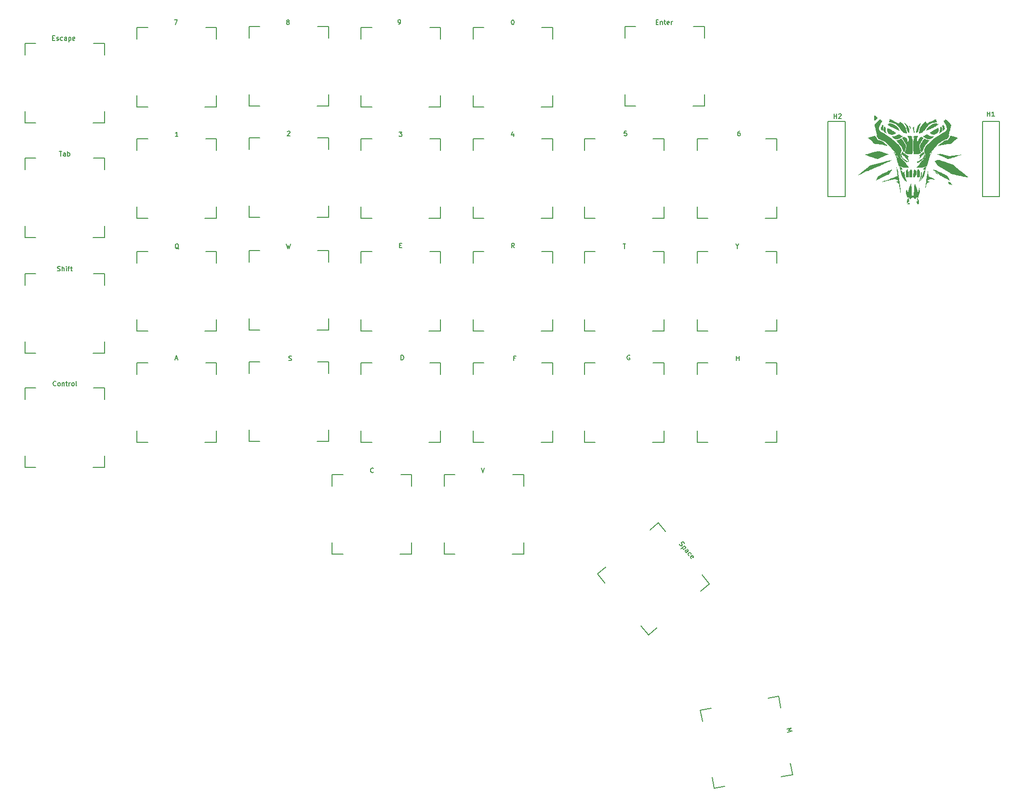
<source format=gbr>
%TF.GenerationSoftware,KiCad,Pcbnew,7.0.1*%
%TF.CreationDate,2023-03-23T04:50:53+01:00*%
%TF.ProjectId,Tiamat_v01_badge,5469616d-6174-45f7-9630-315f62616467,rev?*%
%TF.SameCoordinates,Original*%
%TF.FileFunction,Legend,Top*%
%TF.FilePolarity,Positive*%
%FSLAX46Y46*%
G04 Gerber Fmt 4.6, Leading zero omitted, Abs format (unit mm)*
G04 Created by KiCad (PCBNEW 7.0.1) date 2023-03-23 04:50:53*
%MOMM*%
%LPD*%
G01*
G04 APERTURE LIST*
%ADD10C,0.152400*%
G04 APERTURE END LIST*
D10*
X165354000Y-42037000D02*
X168402000Y-42037000D01*
X168402000Y-55245000D01*
X165354000Y-55245000D01*
X165354000Y-42037000D01*
X192532000Y-42037000D02*
X195453000Y-42037000D01*
X195453000Y-55245000D01*
X192532000Y-55245000D01*
X192532000Y-42037000D01*
X193360523Y-41175528D02*
X193360523Y-40362728D01*
X193360523Y-40749776D02*
X193824980Y-40749776D01*
X193824980Y-41175528D02*
X193824980Y-40362728D01*
X194637781Y-41175528D02*
X194173324Y-41175528D01*
X194405552Y-41175528D02*
X194405552Y-40362728D01*
X194405552Y-40362728D02*
X194328143Y-40478843D01*
X194328143Y-40478843D02*
X194250733Y-40556252D01*
X194250733Y-40556252D02*
X194173324Y-40594957D01*
X166436523Y-41556528D02*
X166436523Y-40743728D01*
X166436523Y-41130776D02*
X166900980Y-41130776D01*
X166900980Y-41556528D02*
X166900980Y-40743728D01*
X167249324Y-40821138D02*
X167288028Y-40782433D01*
X167288028Y-40782433D02*
X167365438Y-40743728D01*
X167365438Y-40743728D02*
X167558962Y-40743728D01*
X167558962Y-40743728D02*
X167636371Y-40782433D01*
X167636371Y-40782433D02*
X167675076Y-40821138D01*
X167675076Y-40821138D02*
X167713781Y-40898547D01*
X167713781Y-40898547D02*
X167713781Y-40975957D01*
X167713781Y-40975957D02*
X167675076Y-41092071D01*
X167675076Y-41092071D02*
X167210619Y-41556528D01*
X167210619Y-41556528D02*
X167713781Y-41556528D01*
X158134169Y-148878184D02*
X158919273Y-148667816D01*
X158919273Y-148667816D02*
X158428607Y-149079780D01*
X158428607Y-149079780D02*
X159059519Y-149191219D01*
X159059519Y-149191219D02*
X158274414Y-149401587D01*
X139270364Y-116361780D02*
X139315351Y-116475608D01*
X139315351Y-116475608D02*
X139439746Y-116623855D01*
X139439746Y-116623855D02*
X139519154Y-116658276D01*
X139519154Y-116658276D02*
X139573682Y-116663046D01*
X139573682Y-116663046D02*
X139657860Y-116642938D01*
X139657860Y-116642938D02*
X139717159Y-116593180D01*
X139717159Y-116593180D02*
X139751580Y-116513773D01*
X139751580Y-116513773D02*
X139756350Y-116459244D01*
X139756350Y-116459244D02*
X139736242Y-116375066D01*
X139736242Y-116375066D02*
X139666376Y-116231589D01*
X139666376Y-116231589D02*
X139646267Y-116147411D01*
X139646267Y-116147411D02*
X139651038Y-116092882D01*
X139651038Y-116092882D02*
X139685458Y-116013475D01*
X139685458Y-116013475D02*
X139744757Y-115963717D01*
X139744757Y-115963717D02*
X139828935Y-115943609D01*
X139828935Y-115943609D02*
X139883464Y-115948379D01*
X139883464Y-115948379D02*
X139962871Y-115982799D01*
X139962871Y-115982799D02*
X140087266Y-116131047D01*
X140087266Y-116131047D02*
X140132253Y-116244875D01*
X140178266Y-116660994D02*
X139555625Y-117183452D01*
X140148617Y-116685873D02*
X140228024Y-116720294D01*
X140228024Y-116720294D02*
X140327540Y-116838892D01*
X140327540Y-116838892D02*
X140347648Y-116923070D01*
X140347648Y-116923070D02*
X140342878Y-116977598D01*
X140342878Y-116977598D02*
X140308457Y-117057006D01*
X140308457Y-117057006D02*
X140130560Y-117206280D01*
X140130560Y-117206280D02*
X140046382Y-117226388D01*
X140046382Y-117226388D02*
X139991853Y-117221617D01*
X139991853Y-117221617D02*
X139912446Y-117187197D01*
X139912446Y-117187197D02*
X139812930Y-117068599D01*
X139812930Y-117068599D02*
X139792822Y-116984421D01*
X140459782Y-117839487D02*
X140785928Y-117565819D01*
X140785928Y-117565819D02*
X140820348Y-117486411D01*
X140820348Y-117486411D02*
X140800239Y-117402233D01*
X140800239Y-117402233D02*
X140700724Y-117283635D01*
X140700724Y-117283635D02*
X140621316Y-117249215D01*
X140489432Y-117814608D02*
X140410024Y-117780188D01*
X140410024Y-117780188D02*
X140285630Y-117631940D01*
X140285630Y-117631940D02*
X140265521Y-117547762D01*
X140265521Y-117547762D02*
X140299942Y-117468355D01*
X140299942Y-117468355D02*
X140359241Y-117418597D01*
X140359241Y-117418597D02*
X140443419Y-117398488D01*
X140443419Y-117398488D02*
X140522826Y-117432909D01*
X140522826Y-117432909D02*
X140647221Y-117581156D01*
X140647221Y-117581156D02*
X140726628Y-117615577D01*
X140962131Y-118377950D02*
X140882724Y-118343529D01*
X140882724Y-118343529D02*
X140783208Y-118224931D01*
X140783208Y-118224931D02*
X140763100Y-118140753D01*
X140763100Y-118140753D02*
X140767871Y-118086225D01*
X140767871Y-118086225D02*
X140802291Y-118006817D01*
X140802291Y-118006817D02*
X140980188Y-117857543D01*
X140980188Y-117857543D02*
X141064366Y-117837435D01*
X141064366Y-117837435D02*
X141118895Y-117842206D01*
X141118895Y-117842206D02*
X141198302Y-117876626D01*
X141198302Y-117876626D02*
X141297818Y-117995224D01*
X141297818Y-117995224D02*
X141317926Y-118079402D01*
X141385074Y-118881993D02*
X141305666Y-118847572D01*
X141305666Y-118847572D02*
X141206150Y-118728974D01*
X141206150Y-118728974D02*
X141186042Y-118644796D01*
X141186042Y-118644796D02*
X141220462Y-118565389D01*
X141220462Y-118565389D02*
X141457659Y-118366357D01*
X141457659Y-118366357D02*
X141541837Y-118346249D01*
X141541837Y-118346249D02*
X141621244Y-118380669D01*
X141621244Y-118380669D02*
X141720760Y-118499267D01*
X141720760Y-118499267D02*
X141740868Y-118583445D01*
X141740868Y-118583445D02*
X141706448Y-118662853D01*
X141706448Y-118662853D02*
X141647149Y-118712611D01*
X141647149Y-118712611D02*
X141339061Y-118465873D01*
X104471409Y-102973728D02*
X104742342Y-103786528D01*
X104742342Y-103786528D02*
X105013276Y-102973728D01*
X85493980Y-103709119D02*
X85455276Y-103747824D01*
X85455276Y-103747824D02*
X85339161Y-103786528D01*
X85339161Y-103786528D02*
X85261752Y-103786528D01*
X85261752Y-103786528D02*
X85145638Y-103747824D01*
X85145638Y-103747824D02*
X85068228Y-103670414D01*
X85068228Y-103670414D02*
X85029523Y-103593004D01*
X85029523Y-103593004D02*
X84990819Y-103438185D01*
X84990819Y-103438185D02*
X84990819Y-103322071D01*
X84990819Y-103322071D02*
X85029523Y-103167252D01*
X85029523Y-103167252D02*
X85068228Y-103089843D01*
X85068228Y-103089843D02*
X85145638Y-103012433D01*
X85145638Y-103012433D02*
X85261752Y-102973728D01*
X85261752Y-102973728D02*
X85339161Y-102973728D01*
X85339161Y-102973728D02*
X85455276Y-103012433D01*
X85455276Y-103012433D02*
X85493980Y-103051138D01*
X149291523Y-84101528D02*
X149291523Y-83288728D01*
X149291523Y-83675776D02*
X149755980Y-83675776D01*
X149755980Y-84101528D02*
X149755980Y-83288728D01*
X130540276Y-83200433D02*
X130462866Y-83161728D01*
X130462866Y-83161728D02*
X130346752Y-83161728D01*
X130346752Y-83161728D02*
X130230638Y-83200433D01*
X130230638Y-83200433D02*
X130153228Y-83277843D01*
X130153228Y-83277843D02*
X130114523Y-83355252D01*
X130114523Y-83355252D02*
X130075819Y-83510071D01*
X130075819Y-83510071D02*
X130075819Y-83626185D01*
X130075819Y-83626185D02*
X130114523Y-83781004D01*
X130114523Y-83781004D02*
X130153228Y-83858414D01*
X130153228Y-83858414D02*
X130230638Y-83935824D01*
X130230638Y-83935824D02*
X130346752Y-83974528D01*
X130346752Y-83974528D02*
X130424161Y-83974528D01*
X130424161Y-83974528D02*
X130540276Y-83935824D01*
X130540276Y-83935824D02*
X130578980Y-83897119D01*
X130578980Y-83897119D02*
X130578980Y-83626185D01*
X130578980Y-83626185D02*
X130424161Y-83626185D01*
X110446457Y-83675776D02*
X110175523Y-83675776D01*
X110175523Y-84101528D02*
X110175523Y-83288728D01*
X110175523Y-83288728D02*
X110562571Y-83288728D01*
X90363523Y-83974528D02*
X90363523Y-83161728D01*
X90363523Y-83161728D02*
X90557047Y-83161728D01*
X90557047Y-83161728D02*
X90673161Y-83200433D01*
X90673161Y-83200433D02*
X90750571Y-83277843D01*
X90750571Y-83277843D02*
X90789276Y-83355252D01*
X90789276Y-83355252D02*
X90827980Y-83510071D01*
X90827980Y-83510071D02*
X90827980Y-83626185D01*
X90827980Y-83626185D02*
X90789276Y-83781004D01*
X90789276Y-83781004D02*
X90750571Y-83858414D01*
X90750571Y-83858414D02*
X90673161Y-83935824D01*
X90673161Y-83935824D02*
X90557047Y-83974528D01*
X90557047Y-83974528D02*
X90363523Y-83974528D01*
X70639819Y-84062824D02*
X70755933Y-84101528D01*
X70755933Y-84101528D02*
X70949457Y-84101528D01*
X70949457Y-84101528D02*
X71026866Y-84062824D01*
X71026866Y-84062824D02*
X71065571Y-84024119D01*
X71065571Y-84024119D02*
X71104276Y-83946709D01*
X71104276Y-83946709D02*
X71104276Y-83869300D01*
X71104276Y-83869300D02*
X71065571Y-83791890D01*
X71065571Y-83791890D02*
X71026866Y-83753185D01*
X71026866Y-83753185D02*
X70949457Y-83714481D01*
X70949457Y-83714481D02*
X70794638Y-83675776D01*
X70794638Y-83675776D02*
X70717228Y-83637071D01*
X70717228Y-83637071D02*
X70678523Y-83598366D01*
X70678523Y-83598366D02*
X70639819Y-83520957D01*
X70639819Y-83520957D02*
X70639819Y-83443547D01*
X70639819Y-83443547D02*
X70678523Y-83366138D01*
X70678523Y-83366138D02*
X70717228Y-83327433D01*
X70717228Y-83327433D02*
X70794638Y-83288728D01*
X70794638Y-83288728D02*
X70988161Y-83288728D01*
X70988161Y-83288728D02*
X71104276Y-83327433D01*
X50700819Y-83742300D02*
X51087866Y-83742300D01*
X50623409Y-83974528D02*
X50894342Y-83161728D01*
X50894342Y-83161728D02*
X51165276Y-83974528D01*
X29740980Y-88469119D02*
X29702276Y-88507824D01*
X29702276Y-88507824D02*
X29586161Y-88546528D01*
X29586161Y-88546528D02*
X29508752Y-88546528D01*
X29508752Y-88546528D02*
X29392638Y-88507824D01*
X29392638Y-88507824D02*
X29315228Y-88430414D01*
X29315228Y-88430414D02*
X29276523Y-88353004D01*
X29276523Y-88353004D02*
X29237819Y-88198185D01*
X29237819Y-88198185D02*
X29237819Y-88082071D01*
X29237819Y-88082071D02*
X29276523Y-87927252D01*
X29276523Y-87927252D02*
X29315228Y-87849843D01*
X29315228Y-87849843D02*
X29392638Y-87772433D01*
X29392638Y-87772433D02*
X29508752Y-87733728D01*
X29508752Y-87733728D02*
X29586161Y-87733728D01*
X29586161Y-87733728D02*
X29702276Y-87772433D01*
X29702276Y-87772433D02*
X29740980Y-87811138D01*
X30205438Y-88546528D02*
X30128028Y-88507824D01*
X30128028Y-88507824D02*
X30089323Y-88469119D01*
X30089323Y-88469119D02*
X30050619Y-88391709D01*
X30050619Y-88391709D02*
X30050619Y-88159481D01*
X30050619Y-88159481D02*
X30089323Y-88082071D01*
X30089323Y-88082071D02*
X30128028Y-88043366D01*
X30128028Y-88043366D02*
X30205438Y-88004662D01*
X30205438Y-88004662D02*
X30321552Y-88004662D01*
X30321552Y-88004662D02*
X30398961Y-88043366D01*
X30398961Y-88043366D02*
X30437666Y-88082071D01*
X30437666Y-88082071D02*
X30476371Y-88159481D01*
X30476371Y-88159481D02*
X30476371Y-88391709D01*
X30476371Y-88391709D02*
X30437666Y-88469119D01*
X30437666Y-88469119D02*
X30398961Y-88507824D01*
X30398961Y-88507824D02*
X30321552Y-88546528D01*
X30321552Y-88546528D02*
X30205438Y-88546528D01*
X30824713Y-88004662D02*
X30824713Y-88546528D01*
X30824713Y-88082071D02*
X30863418Y-88043366D01*
X30863418Y-88043366D02*
X30940828Y-88004662D01*
X30940828Y-88004662D02*
X31056942Y-88004662D01*
X31056942Y-88004662D02*
X31134351Y-88043366D01*
X31134351Y-88043366D02*
X31173056Y-88120776D01*
X31173056Y-88120776D02*
X31173056Y-88546528D01*
X31443989Y-88004662D02*
X31753627Y-88004662D01*
X31560103Y-87733728D02*
X31560103Y-88430414D01*
X31560103Y-88430414D02*
X31598808Y-88507824D01*
X31598808Y-88507824D02*
X31676218Y-88546528D01*
X31676218Y-88546528D02*
X31753627Y-88546528D01*
X32024560Y-88546528D02*
X32024560Y-88004662D01*
X32024560Y-88159481D02*
X32063265Y-88082071D01*
X32063265Y-88082071D02*
X32101970Y-88043366D01*
X32101970Y-88043366D02*
X32179379Y-88004662D01*
X32179379Y-88004662D02*
X32256789Y-88004662D01*
X32643837Y-88546528D02*
X32566427Y-88507824D01*
X32566427Y-88507824D02*
X32527722Y-88469119D01*
X32527722Y-88469119D02*
X32489018Y-88391709D01*
X32489018Y-88391709D02*
X32489018Y-88159481D01*
X32489018Y-88159481D02*
X32527722Y-88082071D01*
X32527722Y-88082071D02*
X32566427Y-88043366D01*
X32566427Y-88043366D02*
X32643837Y-88004662D01*
X32643837Y-88004662D02*
X32759951Y-88004662D01*
X32759951Y-88004662D02*
X32837360Y-88043366D01*
X32837360Y-88043366D02*
X32876065Y-88082071D01*
X32876065Y-88082071D02*
X32914770Y-88159481D01*
X32914770Y-88159481D02*
X32914770Y-88391709D01*
X32914770Y-88391709D02*
X32876065Y-88469119D01*
X32876065Y-88469119D02*
X32837360Y-88507824D01*
X32837360Y-88507824D02*
X32759951Y-88546528D01*
X32759951Y-88546528D02*
X32643837Y-88546528D01*
X33379227Y-88546528D02*
X33301817Y-88507824D01*
X33301817Y-88507824D02*
X33263112Y-88430414D01*
X33263112Y-88430414D02*
X33263112Y-87733728D01*
X149446342Y-64029481D02*
X149446342Y-64416528D01*
X149175409Y-63603728D02*
X149446342Y-64029481D01*
X149446342Y-64029481D02*
X149717276Y-63603728D01*
X129363409Y-63603728D02*
X129827866Y-63603728D01*
X129595638Y-64416528D02*
X129595638Y-63603728D01*
X110258980Y-64289528D02*
X109988047Y-63902481D01*
X109794523Y-64289528D02*
X109794523Y-63476728D01*
X109794523Y-63476728D02*
X110104161Y-63476728D01*
X110104161Y-63476728D02*
X110181571Y-63515433D01*
X110181571Y-63515433D02*
X110220276Y-63554138D01*
X110220276Y-63554138D02*
X110258980Y-63631547D01*
X110258980Y-63631547D02*
X110258980Y-63747662D01*
X110258980Y-63747662D02*
X110220276Y-63825071D01*
X110220276Y-63825071D02*
X110181571Y-63863776D01*
X110181571Y-63863776D02*
X110104161Y-63902481D01*
X110104161Y-63902481D02*
X109794523Y-63902481D01*
X90109523Y-63863776D02*
X90380457Y-63863776D01*
X90496571Y-64289528D02*
X90109523Y-64289528D01*
X90109523Y-64289528D02*
X90109523Y-63476728D01*
X90109523Y-63476728D02*
X90496571Y-63476728D01*
X70220114Y-63603728D02*
X70413638Y-64416528D01*
X70413638Y-64416528D02*
X70568457Y-63835957D01*
X70568457Y-63835957D02*
X70723276Y-64416528D01*
X70723276Y-64416528D02*
X70916800Y-63603728D01*
X51281390Y-64493938D02*
X51203980Y-64455233D01*
X51203980Y-64455233D02*
X51126571Y-64377824D01*
X51126571Y-64377824D02*
X51010457Y-64261709D01*
X51010457Y-64261709D02*
X50933047Y-64223004D01*
X50933047Y-64223004D02*
X50855638Y-64223004D01*
X50894342Y-64416528D02*
X50816933Y-64377824D01*
X50816933Y-64377824D02*
X50739523Y-64300414D01*
X50739523Y-64300414D02*
X50700819Y-64145595D01*
X50700819Y-64145595D02*
X50700819Y-63874662D01*
X50700819Y-63874662D02*
X50739523Y-63719843D01*
X50739523Y-63719843D02*
X50816933Y-63642433D01*
X50816933Y-63642433D02*
X50894342Y-63603728D01*
X50894342Y-63603728D02*
X51049161Y-63603728D01*
X51049161Y-63603728D02*
X51126571Y-63642433D01*
X51126571Y-63642433D02*
X51203980Y-63719843D01*
X51203980Y-63719843D02*
X51242685Y-63874662D01*
X51242685Y-63874662D02*
X51242685Y-64145595D01*
X51242685Y-64145595D02*
X51203980Y-64300414D01*
X51203980Y-64300414D02*
X51126571Y-64377824D01*
X51126571Y-64377824D02*
X51049161Y-64416528D01*
X51049161Y-64416528D02*
X50894342Y-64416528D01*
X29999819Y-68314824D02*
X30115933Y-68353528D01*
X30115933Y-68353528D02*
X30309457Y-68353528D01*
X30309457Y-68353528D02*
X30386866Y-68314824D01*
X30386866Y-68314824D02*
X30425571Y-68276119D01*
X30425571Y-68276119D02*
X30464276Y-68198709D01*
X30464276Y-68198709D02*
X30464276Y-68121300D01*
X30464276Y-68121300D02*
X30425571Y-68043890D01*
X30425571Y-68043890D02*
X30386866Y-68005185D01*
X30386866Y-68005185D02*
X30309457Y-67966481D01*
X30309457Y-67966481D02*
X30154638Y-67927776D01*
X30154638Y-67927776D02*
X30077228Y-67889071D01*
X30077228Y-67889071D02*
X30038523Y-67850366D01*
X30038523Y-67850366D02*
X29999819Y-67772957D01*
X29999819Y-67772957D02*
X29999819Y-67695547D01*
X29999819Y-67695547D02*
X30038523Y-67618138D01*
X30038523Y-67618138D02*
X30077228Y-67579433D01*
X30077228Y-67579433D02*
X30154638Y-67540728D01*
X30154638Y-67540728D02*
X30348161Y-67540728D01*
X30348161Y-67540728D02*
X30464276Y-67579433D01*
X30812618Y-68353528D02*
X30812618Y-67540728D01*
X31160961Y-68353528D02*
X31160961Y-67927776D01*
X31160961Y-67927776D02*
X31122256Y-67850366D01*
X31122256Y-67850366D02*
X31044847Y-67811662D01*
X31044847Y-67811662D02*
X30928733Y-67811662D01*
X30928733Y-67811662D02*
X30851323Y-67850366D01*
X30851323Y-67850366D02*
X30812618Y-67889071D01*
X31548008Y-68353528D02*
X31548008Y-67811662D01*
X31548008Y-67540728D02*
X31509304Y-67579433D01*
X31509304Y-67579433D02*
X31548008Y-67618138D01*
X31548008Y-67618138D02*
X31586713Y-67579433D01*
X31586713Y-67579433D02*
X31548008Y-67540728D01*
X31548008Y-67540728D02*
X31548008Y-67618138D01*
X31818942Y-67811662D02*
X32128580Y-67811662D01*
X31935056Y-68353528D02*
X31935056Y-67656843D01*
X31935056Y-67656843D02*
X31973761Y-67579433D01*
X31973761Y-67579433D02*
X32051171Y-67540728D01*
X32051171Y-67540728D02*
X32128580Y-67540728D01*
X32283399Y-67811662D02*
X32593037Y-67811662D01*
X32399513Y-67540728D02*
X32399513Y-68237414D01*
X32399513Y-68237414D02*
X32438218Y-68314824D01*
X32438218Y-68314824D02*
X32515628Y-68353528D01*
X32515628Y-68353528D02*
X32593037Y-68353528D01*
X149893866Y-43791728D02*
X149739047Y-43791728D01*
X149739047Y-43791728D02*
X149661638Y-43830433D01*
X149661638Y-43830433D02*
X149622933Y-43869138D01*
X149622933Y-43869138D02*
X149545523Y-43985252D01*
X149545523Y-43985252D02*
X149506819Y-44140071D01*
X149506819Y-44140071D02*
X149506819Y-44449709D01*
X149506819Y-44449709D02*
X149545523Y-44527119D01*
X149545523Y-44527119D02*
X149584228Y-44565824D01*
X149584228Y-44565824D02*
X149661638Y-44604528D01*
X149661638Y-44604528D02*
X149816457Y-44604528D01*
X149816457Y-44604528D02*
X149893866Y-44565824D01*
X149893866Y-44565824D02*
X149932571Y-44527119D01*
X149932571Y-44527119D02*
X149971276Y-44449709D01*
X149971276Y-44449709D02*
X149971276Y-44256185D01*
X149971276Y-44256185D02*
X149932571Y-44178776D01*
X149932571Y-44178776D02*
X149893866Y-44140071D01*
X149893866Y-44140071D02*
X149816457Y-44101366D01*
X149816457Y-44101366D02*
X149661638Y-44101366D01*
X149661638Y-44101366D02*
X149584228Y-44140071D01*
X149584228Y-44140071D02*
X149545523Y-44178776D01*
X149545523Y-44178776D02*
X149506819Y-44256185D01*
X129993571Y-43791728D02*
X129606523Y-43791728D01*
X129606523Y-43791728D02*
X129567819Y-44178776D01*
X129567819Y-44178776D02*
X129606523Y-44140071D01*
X129606523Y-44140071D02*
X129683933Y-44101366D01*
X129683933Y-44101366D02*
X129877457Y-44101366D01*
X129877457Y-44101366D02*
X129954866Y-44140071D01*
X129954866Y-44140071D02*
X129993571Y-44178776D01*
X129993571Y-44178776D02*
X130032276Y-44256185D01*
X130032276Y-44256185D02*
X130032276Y-44449709D01*
X130032276Y-44449709D02*
X129993571Y-44527119D01*
X129993571Y-44527119D02*
X129954866Y-44565824D01*
X129954866Y-44565824D02*
X129877457Y-44604528D01*
X129877457Y-44604528D02*
X129683933Y-44604528D01*
X129683933Y-44604528D02*
X129606523Y-44565824D01*
X129606523Y-44565824D02*
X129567819Y-44527119D01*
X110142866Y-44189662D02*
X110142866Y-44731528D01*
X109949342Y-43880024D02*
X109755819Y-44460595D01*
X109755819Y-44460595D02*
X110258980Y-44460595D01*
X90032114Y-43918728D02*
X90535276Y-43918728D01*
X90535276Y-43918728D02*
X90264342Y-44228366D01*
X90264342Y-44228366D02*
X90380457Y-44228366D01*
X90380457Y-44228366D02*
X90457866Y-44267071D01*
X90457866Y-44267071D02*
X90496571Y-44305776D01*
X90496571Y-44305776D02*
X90535276Y-44383185D01*
X90535276Y-44383185D02*
X90535276Y-44576709D01*
X90535276Y-44576709D02*
X90496571Y-44654119D01*
X90496571Y-44654119D02*
X90457866Y-44692824D01*
X90457866Y-44692824D02*
X90380457Y-44731528D01*
X90380457Y-44731528D02*
X90148228Y-44731528D01*
X90148228Y-44731528D02*
X90070819Y-44692824D01*
X90070819Y-44692824D02*
X90032114Y-44654119D01*
X70385819Y-43869138D02*
X70424523Y-43830433D01*
X70424523Y-43830433D02*
X70501933Y-43791728D01*
X70501933Y-43791728D02*
X70695457Y-43791728D01*
X70695457Y-43791728D02*
X70772866Y-43830433D01*
X70772866Y-43830433D02*
X70811571Y-43869138D01*
X70811571Y-43869138D02*
X70850276Y-43946547D01*
X70850276Y-43946547D02*
X70850276Y-44023957D01*
X70850276Y-44023957D02*
X70811571Y-44140071D01*
X70811571Y-44140071D02*
X70347114Y-44604528D01*
X70347114Y-44604528D02*
X70850276Y-44604528D01*
X51165276Y-44731528D02*
X50700819Y-44731528D01*
X50933047Y-44731528D02*
X50933047Y-43918728D01*
X50933047Y-43918728D02*
X50855638Y-44034843D01*
X50855638Y-44034843D02*
X50778228Y-44112252D01*
X50778228Y-44112252D02*
X50700819Y-44150957D01*
X30303409Y-47347728D02*
X30767866Y-47347728D01*
X30535638Y-48160528D02*
X30535638Y-47347728D01*
X31387142Y-48160528D02*
X31387142Y-47734776D01*
X31387142Y-47734776D02*
X31348437Y-47657366D01*
X31348437Y-47657366D02*
X31271028Y-47618662D01*
X31271028Y-47618662D02*
X31116209Y-47618662D01*
X31116209Y-47618662D02*
X31038799Y-47657366D01*
X31387142Y-48121824D02*
X31309733Y-48160528D01*
X31309733Y-48160528D02*
X31116209Y-48160528D01*
X31116209Y-48160528D02*
X31038799Y-48121824D01*
X31038799Y-48121824D02*
X31000095Y-48044414D01*
X31000095Y-48044414D02*
X31000095Y-47967004D01*
X31000095Y-47967004D02*
X31038799Y-47889595D01*
X31038799Y-47889595D02*
X31116209Y-47850890D01*
X31116209Y-47850890D02*
X31309733Y-47850890D01*
X31309733Y-47850890D02*
X31387142Y-47812185D01*
X31774189Y-48160528D02*
X31774189Y-47347728D01*
X31774189Y-47657366D02*
X31851599Y-47618662D01*
X31851599Y-47618662D02*
X32006418Y-47618662D01*
X32006418Y-47618662D02*
X32083827Y-47657366D01*
X32083827Y-47657366D02*
X32122532Y-47696071D01*
X32122532Y-47696071D02*
X32161237Y-47773481D01*
X32161237Y-47773481D02*
X32161237Y-48005709D01*
X32161237Y-48005709D02*
X32122532Y-48083119D01*
X32122532Y-48083119D02*
X32083827Y-48121824D01*
X32083827Y-48121824D02*
X32006418Y-48160528D01*
X32006418Y-48160528D02*
X31851599Y-48160528D01*
X31851599Y-48160528D02*
X31774189Y-48121824D01*
X135194523Y-24620776D02*
X135465457Y-24620776D01*
X135581571Y-25046528D02*
X135194523Y-25046528D01*
X135194523Y-25046528D02*
X135194523Y-24233728D01*
X135194523Y-24233728D02*
X135581571Y-24233728D01*
X135929913Y-24504662D02*
X135929913Y-25046528D01*
X135929913Y-24582071D02*
X135968618Y-24543366D01*
X135968618Y-24543366D02*
X136046028Y-24504662D01*
X136046028Y-24504662D02*
X136162142Y-24504662D01*
X136162142Y-24504662D02*
X136239551Y-24543366D01*
X136239551Y-24543366D02*
X136278256Y-24620776D01*
X136278256Y-24620776D02*
X136278256Y-25046528D01*
X136549189Y-24504662D02*
X136858827Y-24504662D01*
X136665303Y-24233728D02*
X136665303Y-24930414D01*
X136665303Y-24930414D02*
X136704008Y-25007824D01*
X136704008Y-25007824D02*
X136781418Y-25046528D01*
X136781418Y-25046528D02*
X136858827Y-25046528D01*
X137439398Y-25007824D02*
X137361989Y-25046528D01*
X137361989Y-25046528D02*
X137207170Y-25046528D01*
X137207170Y-25046528D02*
X137129760Y-25007824D01*
X137129760Y-25007824D02*
X137091056Y-24930414D01*
X137091056Y-24930414D02*
X137091056Y-24620776D01*
X137091056Y-24620776D02*
X137129760Y-24543366D01*
X137129760Y-24543366D02*
X137207170Y-24504662D01*
X137207170Y-24504662D02*
X137361989Y-24504662D01*
X137361989Y-24504662D02*
X137439398Y-24543366D01*
X137439398Y-24543366D02*
X137478103Y-24620776D01*
X137478103Y-24620776D02*
X137478103Y-24698185D01*
X137478103Y-24698185D02*
X137091056Y-24775595D01*
X137826446Y-25046528D02*
X137826446Y-24504662D01*
X137826446Y-24659481D02*
X137865151Y-24582071D01*
X137865151Y-24582071D02*
X137903856Y-24543366D01*
X137903856Y-24543366D02*
X137981265Y-24504662D01*
X137981265Y-24504662D02*
X138058675Y-24504662D01*
X109949342Y-24233728D02*
X110026752Y-24233728D01*
X110026752Y-24233728D02*
X110104161Y-24272433D01*
X110104161Y-24272433D02*
X110142866Y-24311138D01*
X110142866Y-24311138D02*
X110181571Y-24388547D01*
X110181571Y-24388547D02*
X110220276Y-24543366D01*
X110220276Y-24543366D02*
X110220276Y-24736890D01*
X110220276Y-24736890D02*
X110181571Y-24891709D01*
X110181571Y-24891709D02*
X110142866Y-24969119D01*
X110142866Y-24969119D02*
X110104161Y-25007824D01*
X110104161Y-25007824D02*
X110026752Y-25046528D01*
X110026752Y-25046528D02*
X109949342Y-25046528D01*
X109949342Y-25046528D02*
X109871933Y-25007824D01*
X109871933Y-25007824D02*
X109833228Y-24969119D01*
X109833228Y-24969119D02*
X109794523Y-24891709D01*
X109794523Y-24891709D02*
X109755819Y-24736890D01*
X109755819Y-24736890D02*
X109755819Y-24543366D01*
X109755819Y-24543366D02*
X109794523Y-24388547D01*
X109794523Y-24388547D02*
X109833228Y-24311138D01*
X109833228Y-24311138D02*
X109871933Y-24272433D01*
X109871933Y-24272433D02*
X109949342Y-24233728D01*
X89894228Y-24999792D02*
X90049047Y-24999792D01*
X90049047Y-24999792D02*
X90126457Y-24961088D01*
X90126457Y-24961088D02*
X90165161Y-24922383D01*
X90165161Y-24922383D02*
X90242571Y-24806268D01*
X90242571Y-24806268D02*
X90281276Y-24651449D01*
X90281276Y-24651449D02*
X90281276Y-24341811D01*
X90281276Y-24341811D02*
X90242571Y-24264402D01*
X90242571Y-24264402D02*
X90203866Y-24225697D01*
X90203866Y-24225697D02*
X90126457Y-24186992D01*
X90126457Y-24186992D02*
X89971638Y-24186992D01*
X89971638Y-24186992D02*
X89894228Y-24225697D01*
X89894228Y-24225697D02*
X89855523Y-24264402D01*
X89855523Y-24264402D02*
X89816819Y-24341811D01*
X89816819Y-24341811D02*
X89816819Y-24535335D01*
X89816819Y-24535335D02*
X89855523Y-24612745D01*
X89855523Y-24612745D02*
X89894228Y-24651449D01*
X89894228Y-24651449D02*
X89971638Y-24690154D01*
X89971638Y-24690154D02*
X90126457Y-24690154D01*
X90126457Y-24690154D02*
X90203866Y-24651449D01*
X90203866Y-24651449D02*
X90242571Y-24612745D01*
X90242571Y-24612745D02*
X90281276Y-24535335D01*
X70413638Y-24582071D02*
X70336228Y-24543366D01*
X70336228Y-24543366D02*
X70297523Y-24504662D01*
X70297523Y-24504662D02*
X70258819Y-24427252D01*
X70258819Y-24427252D02*
X70258819Y-24388547D01*
X70258819Y-24388547D02*
X70297523Y-24311138D01*
X70297523Y-24311138D02*
X70336228Y-24272433D01*
X70336228Y-24272433D02*
X70413638Y-24233728D01*
X70413638Y-24233728D02*
X70568457Y-24233728D01*
X70568457Y-24233728D02*
X70645866Y-24272433D01*
X70645866Y-24272433D02*
X70684571Y-24311138D01*
X70684571Y-24311138D02*
X70723276Y-24388547D01*
X70723276Y-24388547D02*
X70723276Y-24427252D01*
X70723276Y-24427252D02*
X70684571Y-24504662D01*
X70684571Y-24504662D02*
X70645866Y-24543366D01*
X70645866Y-24543366D02*
X70568457Y-24582071D01*
X70568457Y-24582071D02*
X70413638Y-24582071D01*
X70413638Y-24582071D02*
X70336228Y-24620776D01*
X70336228Y-24620776D02*
X70297523Y-24659481D01*
X70297523Y-24659481D02*
X70258819Y-24736890D01*
X70258819Y-24736890D02*
X70258819Y-24891709D01*
X70258819Y-24891709D02*
X70297523Y-24969119D01*
X70297523Y-24969119D02*
X70336228Y-25007824D01*
X70336228Y-25007824D02*
X70413638Y-25046528D01*
X70413638Y-25046528D02*
X70568457Y-25046528D01*
X70568457Y-25046528D02*
X70645866Y-25007824D01*
X70645866Y-25007824D02*
X70684571Y-24969119D01*
X70684571Y-24969119D02*
X70723276Y-24891709D01*
X70723276Y-24891709D02*
X70723276Y-24736890D01*
X70723276Y-24736890D02*
X70684571Y-24659481D01*
X70684571Y-24659481D02*
X70645866Y-24620776D01*
X70645866Y-24620776D02*
X70568457Y-24582071D01*
X50535114Y-24233728D02*
X51076980Y-24233728D01*
X51076980Y-24233728D02*
X50728638Y-25046528D01*
X29149523Y-27414776D02*
X29420457Y-27414776D01*
X29536571Y-27840528D02*
X29149523Y-27840528D01*
X29149523Y-27840528D02*
X29149523Y-27027728D01*
X29149523Y-27027728D02*
X29536571Y-27027728D01*
X29846209Y-27801824D02*
X29923618Y-27840528D01*
X29923618Y-27840528D02*
X30078437Y-27840528D01*
X30078437Y-27840528D02*
X30155847Y-27801824D01*
X30155847Y-27801824D02*
X30194551Y-27724414D01*
X30194551Y-27724414D02*
X30194551Y-27685709D01*
X30194551Y-27685709D02*
X30155847Y-27608300D01*
X30155847Y-27608300D02*
X30078437Y-27569595D01*
X30078437Y-27569595D02*
X29962323Y-27569595D01*
X29962323Y-27569595D02*
X29884913Y-27530890D01*
X29884913Y-27530890D02*
X29846209Y-27453481D01*
X29846209Y-27453481D02*
X29846209Y-27414776D01*
X29846209Y-27414776D02*
X29884913Y-27337366D01*
X29884913Y-27337366D02*
X29962323Y-27298662D01*
X29962323Y-27298662D02*
X30078437Y-27298662D01*
X30078437Y-27298662D02*
X30155847Y-27337366D01*
X30891237Y-27801824D02*
X30813828Y-27840528D01*
X30813828Y-27840528D02*
X30659009Y-27840528D01*
X30659009Y-27840528D02*
X30581599Y-27801824D01*
X30581599Y-27801824D02*
X30542894Y-27763119D01*
X30542894Y-27763119D02*
X30504190Y-27685709D01*
X30504190Y-27685709D02*
X30504190Y-27453481D01*
X30504190Y-27453481D02*
X30542894Y-27376071D01*
X30542894Y-27376071D02*
X30581599Y-27337366D01*
X30581599Y-27337366D02*
X30659009Y-27298662D01*
X30659009Y-27298662D02*
X30813828Y-27298662D01*
X30813828Y-27298662D02*
X30891237Y-27337366D01*
X31587923Y-27840528D02*
X31587923Y-27414776D01*
X31587923Y-27414776D02*
X31549218Y-27337366D01*
X31549218Y-27337366D02*
X31471809Y-27298662D01*
X31471809Y-27298662D02*
X31316990Y-27298662D01*
X31316990Y-27298662D02*
X31239580Y-27337366D01*
X31587923Y-27801824D02*
X31510514Y-27840528D01*
X31510514Y-27840528D02*
X31316990Y-27840528D01*
X31316990Y-27840528D02*
X31239580Y-27801824D01*
X31239580Y-27801824D02*
X31200876Y-27724414D01*
X31200876Y-27724414D02*
X31200876Y-27647004D01*
X31200876Y-27647004D02*
X31239580Y-27569595D01*
X31239580Y-27569595D02*
X31316990Y-27530890D01*
X31316990Y-27530890D02*
X31510514Y-27530890D01*
X31510514Y-27530890D02*
X31587923Y-27492185D01*
X31974970Y-27298662D02*
X31974970Y-28111462D01*
X31974970Y-27337366D02*
X32052380Y-27298662D01*
X32052380Y-27298662D02*
X32207199Y-27298662D01*
X32207199Y-27298662D02*
X32284608Y-27337366D01*
X32284608Y-27337366D02*
X32323313Y-27376071D01*
X32323313Y-27376071D02*
X32362018Y-27453481D01*
X32362018Y-27453481D02*
X32362018Y-27685709D01*
X32362018Y-27685709D02*
X32323313Y-27763119D01*
X32323313Y-27763119D02*
X32284608Y-27801824D01*
X32284608Y-27801824D02*
X32207199Y-27840528D01*
X32207199Y-27840528D02*
X32052380Y-27840528D01*
X32052380Y-27840528D02*
X31974970Y-27801824D01*
X33019998Y-27801824D02*
X32942589Y-27840528D01*
X32942589Y-27840528D02*
X32787770Y-27840528D01*
X32787770Y-27840528D02*
X32710360Y-27801824D01*
X32710360Y-27801824D02*
X32671656Y-27724414D01*
X32671656Y-27724414D02*
X32671656Y-27414776D01*
X32671656Y-27414776D02*
X32710360Y-27337366D01*
X32710360Y-27337366D02*
X32787770Y-27298662D01*
X32787770Y-27298662D02*
X32942589Y-27298662D01*
X32942589Y-27298662D02*
X33019998Y-27337366D01*
X33019998Y-27337366D02*
X33058703Y-27414776D01*
X33058703Y-27414776D02*
X33058703Y-27492185D01*
X33058703Y-27492185D02*
X32671656Y-27569595D01*
X143300229Y-147514225D02*
X142947373Y-145513107D01*
X142947373Y-145513107D02*
X144823429Y-145182295D01*
X158778140Y-154843871D02*
X159131000Y-156845000D01*
X156705136Y-143087235D02*
X157057988Y-145088365D01*
X145373235Y-159270864D02*
X147249294Y-158940065D01*
X154829076Y-143418032D02*
X156705136Y-143087235D01*
X145020383Y-157269736D02*
X145373235Y-159270864D01*
X159131000Y-156845000D02*
X157129871Y-157197860D01*
X126150761Y-123151704D02*
X124844616Y-121595103D01*
X124844616Y-121595103D02*
X126303929Y-120370593D01*
X143219856Y-121760398D02*
X144526000Y-123317000D01*
X135546257Y-112615360D02*
X136852401Y-114171961D01*
X133824360Y-132296743D02*
X135283673Y-131072233D01*
X134086942Y-113839871D02*
X135546257Y-112615360D01*
X132518215Y-130740141D02*
X133824360Y-132296743D01*
X144526000Y-123317000D02*
X142969398Y-124623144D01*
X97917000Y-106172000D02*
X97917000Y-104140000D01*
X97917000Y-104140000D02*
X99822000Y-104140000D01*
X111887000Y-116078000D02*
X111887000Y-118110000D01*
X111887000Y-104140000D02*
X111887000Y-106172000D01*
X97917000Y-118110000D02*
X99822000Y-118110000D01*
X109982000Y-104140000D02*
X111887000Y-104140000D01*
X97917000Y-116078000D02*
X97917000Y-118110000D01*
X111887000Y-118110000D02*
X109855000Y-118110000D01*
X78232000Y-106172000D02*
X78232000Y-104140000D01*
X78232000Y-104140000D02*
X80137000Y-104140000D01*
X92202000Y-116078000D02*
X92202000Y-118110000D01*
X92202000Y-104140000D02*
X92202000Y-106172000D01*
X78232000Y-118110000D02*
X80137000Y-118110000D01*
X90297000Y-104140000D02*
X92202000Y-104140000D01*
X78232000Y-116078000D02*
X78232000Y-118110000D01*
X92202000Y-118110000D02*
X90170000Y-118110000D01*
X156337000Y-64897000D02*
X156337000Y-66929000D01*
X142367000Y-76835000D02*
X142367000Y-78867000D01*
X142367000Y-78867000D02*
X144272000Y-78867000D01*
X156337000Y-76835000D02*
X156337000Y-78867000D01*
X142367000Y-66929000D02*
X142367000Y-64897000D01*
X142367000Y-64897000D02*
X144272000Y-64897000D01*
X154432000Y-64897000D02*
X156337000Y-64897000D01*
X156337000Y-78867000D02*
X154305000Y-78867000D01*
X156337000Y-96393000D02*
X156337000Y-98425000D01*
X142367000Y-84455000D02*
X144272000Y-84455000D01*
X156337000Y-98425000D02*
X154305000Y-98425000D01*
X142367000Y-96393000D02*
X142367000Y-98425000D01*
X142367000Y-86487000D02*
X142367000Y-84455000D01*
X142367000Y-98425000D02*
X144272000Y-98425000D01*
X156337000Y-84455000D02*
X156337000Y-86487000D01*
X154432000Y-84455000D02*
X156337000Y-84455000D01*
X142367000Y-45085000D02*
X144272000Y-45085000D01*
X142367000Y-59055000D02*
X144272000Y-59055000D01*
X142367000Y-47117000D02*
X142367000Y-45085000D01*
X154432000Y-45085000D02*
X156337000Y-45085000D01*
X156337000Y-57023000D02*
X156337000Y-59055000D01*
X156337000Y-59055000D02*
X154305000Y-59055000D01*
X156337000Y-45085000D02*
X156337000Y-47117000D01*
X142367000Y-57023000D02*
X142367000Y-59055000D01*
X136525000Y-64897000D02*
X136525000Y-66929000D01*
X122555000Y-76835000D02*
X122555000Y-78867000D01*
X122555000Y-78867000D02*
X124460000Y-78867000D01*
X136525000Y-76835000D02*
X136525000Y-78867000D01*
X122555000Y-66929000D02*
X122555000Y-64897000D01*
X122555000Y-64897000D02*
X124460000Y-64897000D01*
X134620000Y-64897000D02*
X136525000Y-64897000D01*
X136525000Y-78867000D02*
X134493000Y-78867000D01*
X136525000Y-96393000D02*
X136525000Y-98425000D01*
X122555000Y-84455000D02*
X124460000Y-84455000D01*
X136525000Y-98425000D02*
X134493000Y-98425000D01*
X122555000Y-96393000D02*
X122555000Y-98425000D01*
X122555000Y-86487000D02*
X122555000Y-84455000D01*
X122555000Y-98425000D02*
X124460000Y-98425000D01*
X136525000Y-84455000D02*
X136525000Y-86487000D01*
X134620000Y-84455000D02*
X136525000Y-84455000D01*
X143637000Y-39370000D02*
X141605000Y-39370000D01*
X141732000Y-25400000D02*
X143637000Y-25400000D01*
X143637000Y-37338000D02*
X143637000Y-39370000D01*
X129667000Y-25400000D02*
X131572000Y-25400000D01*
X129667000Y-39370000D02*
X131572000Y-39370000D01*
X129667000Y-27432000D02*
X129667000Y-25400000D01*
X129667000Y-37338000D02*
X129667000Y-39370000D01*
X143637000Y-25400000D02*
X143637000Y-27432000D01*
X122555000Y-45085000D02*
X124460000Y-45085000D01*
X122555000Y-59055000D02*
X124460000Y-59055000D01*
X122555000Y-47117000D02*
X122555000Y-45085000D01*
X134620000Y-45085000D02*
X136525000Y-45085000D01*
X136525000Y-57023000D02*
X136525000Y-59055000D01*
X136525000Y-59055000D02*
X134493000Y-59055000D01*
X136525000Y-45085000D02*
X136525000Y-47117000D01*
X122555000Y-57023000D02*
X122555000Y-59055000D01*
X116967000Y-64897000D02*
X116967000Y-66929000D01*
X102997000Y-76835000D02*
X102997000Y-78867000D01*
X102997000Y-78867000D02*
X104902000Y-78867000D01*
X116967000Y-76835000D02*
X116967000Y-78867000D01*
X102997000Y-66929000D02*
X102997000Y-64897000D01*
X102997000Y-64897000D02*
X104902000Y-64897000D01*
X115062000Y-64897000D02*
X116967000Y-64897000D01*
X116967000Y-78867000D02*
X114935000Y-78867000D01*
X116967000Y-96393000D02*
X116967000Y-98425000D01*
X102997000Y-84455000D02*
X104902000Y-84455000D01*
X116967000Y-98425000D02*
X114935000Y-98425000D01*
X102997000Y-96393000D02*
X102997000Y-98425000D01*
X102997000Y-86487000D02*
X102997000Y-84455000D01*
X102997000Y-98425000D02*
X104902000Y-98425000D01*
X116967000Y-84455000D02*
X116967000Y-86487000D01*
X115062000Y-84455000D02*
X116967000Y-84455000D01*
X116967000Y-39497000D02*
X114935000Y-39497000D01*
X115062000Y-25527000D02*
X116967000Y-25527000D01*
X116967000Y-37465000D02*
X116967000Y-39497000D01*
X102997000Y-25527000D02*
X104902000Y-25527000D01*
X102997000Y-39497000D02*
X104902000Y-39497000D01*
X102997000Y-27559000D02*
X102997000Y-25527000D01*
X102997000Y-37465000D02*
X102997000Y-39497000D01*
X116967000Y-25527000D02*
X116967000Y-27559000D01*
X102997000Y-45085000D02*
X104902000Y-45085000D01*
X102997000Y-59055000D02*
X104902000Y-59055000D01*
X102997000Y-47117000D02*
X102997000Y-45085000D01*
X115062000Y-45085000D02*
X116967000Y-45085000D01*
X116967000Y-57023000D02*
X116967000Y-59055000D01*
X116967000Y-59055000D02*
X114935000Y-59055000D01*
X116967000Y-45085000D02*
X116967000Y-47117000D01*
X102997000Y-57023000D02*
X102997000Y-59055000D01*
X97282000Y-64897000D02*
X97282000Y-66929000D01*
X83312000Y-76835000D02*
X83312000Y-78867000D01*
X83312000Y-78867000D02*
X85217000Y-78867000D01*
X97282000Y-76835000D02*
X97282000Y-78867000D01*
X83312000Y-66929000D02*
X83312000Y-64897000D01*
X83312000Y-64897000D02*
X85217000Y-64897000D01*
X95377000Y-64897000D02*
X97282000Y-64897000D01*
X97282000Y-78867000D02*
X95250000Y-78867000D01*
X97282000Y-96393000D02*
X97282000Y-98425000D01*
X83312000Y-84455000D02*
X85217000Y-84455000D01*
X97282000Y-98425000D02*
X95250000Y-98425000D01*
X83312000Y-96393000D02*
X83312000Y-98425000D01*
X83312000Y-86487000D02*
X83312000Y-84455000D01*
X83312000Y-98425000D02*
X85217000Y-98425000D01*
X97282000Y-84455000D02*
X97282000Y-86487000D01*
X95377000Y-84455000D02*
X97282000Y-84455000D01*
X97282000Y-39497000D02*
X95250000Y-39497000D01*
X95377000Y-25527000D02*
X97282000Y-25527000D01*
X97282000Y-37465000D02*
X97282000Y-39497000D01*
X83312000Y-25527000D02*
X85217000Y-25527000D01*
X83312000Y-39497000D02*
X85217000Y-39497000D01*
X83312000Y-27559000D02*
X83312000Y-25527000D01*
X83312000Y-37465000D02*
X83312000Y-39497000D01*
X97282000Y-25527000D02*
X97282000Y-27559000D01*
X83312000Y-45085000D02*
X85217000Y-45085000D01*
X83312000Y-59055000D02*
X85217000Y-59055000D01*
X83312000Y-47117000D02*
X83312000Y-45085000D01*
X95377000Y-45085000D02*
X97282000Y-45085000D01*
X97282000Y-57023000D02*
X97282000Y-59055000D01*
X97282000Y-59055000D02*
X95250000Y-59055000D01*
X97282000Y-45085000D02*
X97282000Y-47117000D01*
X83312000Y-57023000D02*
X83312000Y-59055000D01*
X77597000Y-64770000D02*
X77597000Y-66802000D01*
X63627000Y-76708000D02*
X63627000Y-78740000D01*
X63627000Y-78740000D02*
X65532000Y-78740000D01*
X77597000Y-76708000D02*
X77597000Y-78740000D01*
X63627000Y-66802000D02*
X63627000Y-64770000D01*
X63627000Y-64770000D02*
X65532000Y-64770000D01*
X75692000Y-64770000D02*
X77597000Y-64770000D01*
X77597000Y-78740000D02*
X75565000Y-78740000D01*
X77597000Y-96266000D02*
X77597000Y-98298000D01*
X63627000Y-84328000D02*
X65532000Y-84328000D01*
X77597000Y-98298000D02*
X75565000Y-98298000D01*
X63627000Y-96266000D02*
X63627000Y-98298000D01*
X63627000Y-86360000D02*
X63627000Y-84328000D01*
X63627000Y-98298000D02*
X65532000Y-98298000D01*
X77597000Y-84328000D02*
X77597000Y-86360000D01*
X75692000Y-84328000D02*
X77597000Y-84328000D01*
X77597000Y-39370000D02*
X75565000Y-39370000D01*
X75692000Y-25400000D02*
X77597000Y-25400000D01*
X77597000Y-37338000D02*
X77597000Y-39370000D01*
X63627000Y-25400000D02*
X65532000Y-25400000D01*
X63627000Y-39370000D02*
X65532000Y-39370000D01*
X63627000Y-27432000D02*
X63627000Y-25400000D01*
X63627000Y-37338000D02*
X63627000Y-39370000D01*
X77597000Y-25400000D02*
X77597000Y-27432000D01*
X63627000Y-44958000D02*
X65532000Y-44958000D01*
X63627000Y-58928000D02*
X65532000Y-58928000D01*
X63627000Y-46990000D02*
X63627000Y-44958000D01*
X75692000Y-44958000D02*
X77597000Y-44958000D01*
X77597000Y-56896000D02*
X77597000Y-58928000D01*
X77597000Y-58928000D02*
X75565000Y-58928000D01*
X77597000Y-44958000D02*
X77597000Y-46990000D01*
X63627000Y-56896000D02*
X63627000Y-58928000D01*
X43942000Y-39497000D02*
X45847000Y-39497000D01*
X43942000Y-37465000D02*
X43942000Y-39497000D01*
X57912000Y-39497000D02*
X55880000Y-39497000D01*
X43942000Y-25527000D02*
X45847000Y-25527000D01*
X43942000Y-27559000D02*
X43942000Y-25527000D01*
X57912000Y-37465000D02*
X57912000Y-39497000D01*
X57912000Y-25527000D02*
X57912000Y-27559000D01*
X56007000Y-25527000D02*
X57912000Y-25527000D01*
X56007000Y-84455000D02*
X57912000Y-84455000D01*
X43942000Y-86487000D02*
X43942000Y-84455000D01*
X57912000Y-96393000D02*
X57912000Y-98425000D01*
X43942000Y-98425000D02*
X45847000Y-98425000D01*
X43942000Y-96393000D02*
X43942000Y-98425000D01*
X57912000Y-84455000D02*
X57912000Y-86487000D01*
X43942000Y-84455000D02*
X45847000Y-84455000D01*
X57912000Y-98425000D02*
X55880000Y-98425000D01*
X57912000Y-76835000D02*
X57912000Y-78867000D01*
X43942000Y-64897000D02*
X45847000Y-64897000D01*
X57912000Y-78867000D02*
X55880000Y-78867000D01*
X43942000Y-66929000D02*
X43942000Y-64897000D01*
X57912000Y-64897000D02*
X57912000Y-66929000D01*
X43942000Y-76835000D02*
X43942000Y-78867000D01*
X56007000Y-64897000D02*
X57912000Y-64897000D01*
X43942000Y-78867000D02*
X45847000Y-78867000D01*
X43942000Y-57023000D02*
X43942000Y-59055000D01*
X43942000Y-59055000D02*
X45847000Y-59055000D01*
X43942000Y-47117000D02*
X43942000Y-45085000D01*
X57912000Y-45085000D02*
X57912000Y-47117000D01*
X57912000Y-59055000D02*
X55880000Y-59055000D01*
X56007000Y-45085000D02*
X57912000Y-45085000D01*
X57912000Y-57023000D02*
X57912000Y-59055000D01*
X43942000Y-45085000D02*
X45847000Y-45085000D01*
X38227000Y-102870000D02*
X36195000Y-102870000D01*
X38227000Y-100838000D02*
X38227000Y-102870000D01*
X24257000Y-90932000D02*
X24257000Y-88900000D01*
X36322000Y-88900000D02*
X38227000Y-88900000D01*
X24257000Y-102870000D02*
X26162000Y-102870000D01*
X24257000Y-88900000D02*
X26162000Y-88900000D01*
X38227000Y-88900000D02*
X38227000Y-90932000D01*
X24257000Y-100838000D02*
X24257000Y-102870000D01*
X38227000Y-82804000D02*
X36195000Y-82804000D01*
X38227000Y-80772000D02*
X38227000Y-82804000D01*
X24257000Y-70866000D02*
X24257000Y-68834000D01*
X36322000Y-68834000D02*
X38227000Y-68834000D01*
X24257000Y-82804000D02*
X26162000Y-82804000D01*
X24257000Y-68834000D02*
X26162000Y-68834000D01*
X38227000Y-68834000D02*
X38227000Y-70866000D01*
X24257000Y-80772000D02*
X24257000Y-82804000D01*
X24257000Y-62484000D02*
X26162000Y-62484000D01*
X38227000Y-48514000D02*
X38227000Y-50546000D01*
X38227000Y-62484000D02*
X36195000Y-62484000D01*
X24257000Y-48514000D02*
X26162000Y-48514000D01*
X24257000Y-60452000D02*
X24257000Y-62484000D01*
X24257000Y-50546000D02*
X24257000Y-48514000D01*
X38227000Y-60452000D02*
X38227000Y-62484000D01*
X36322000Y-48514000D02*
X38227000Y-48514000D01*
X38227000Y-42291000D02*
X36195000Y-42291000D01*
X38227000Y-40259000D02*
X38227000Y-42291000D01*
X38227000Y-28321000D02*
X38227000Y-30353000D01*
X36322000Y-28321000D02*
X38227000Y-28321000D01*
X24257000Y-28321000D02*
X26162000Y-28321000D01*
X24257000Y-30353000D02*
X24257000Y-28321000D01*
X24257000Y-42291000D02*
X26162000Y-42291000D01*
X24257000Y-40259000D02*
X24257000Y-42291000D01*
%TO.C,G\u002A\u002A\u002A*%
G36*
X173519696Y-40990747D02*
G01*
X173590629Y-41034382D01*
X173687534Y-41099774D01*
X173801323Y-41180924D01*
X173846641Y-41214305D01*
X174168858Y-41453741D01*
X173917264Y-41651996D01*
X173808614Y-41736585D01*
X173708399Y-41812770D01*
X173629033Y-41871220D01*
X173588284Y-41899327D01*
X173510899Y-41948402D01*
X173492611Y-41663112D01*
X173482763Y-41513860D01*
X173472041Y-41358283D01*
X173462218Y-41221902D01*
X173458777Y-41176346D01*
X173452476Y-41069883D01*
X173454855Y-41007939D01*
X173467228Y-40979945D01*
X173483828Y-40974869D01*
X173519696Y-40990747D01*
G37*
G36*
X179622489Y-42718391D02*
G01*
X179630720Y-42725107D01*
X179669262Y-42764274D01*
X179660379Y-42780331D01*
X179648225Y-42781215D01*
X179618380Y-42758941D01*
X179605904Y-42735599D01*
X179598778Y-42705598D01*
X179622489Y-42718391D01*
G37*
G36*
X179729287Y-42860493D02*
G01*
X179792608Y-42920970D01*
X179847491Y-43002301D01*
X179880895Y-43088560D01*
X179882267Y-43095295D01*
X179889777Y-43162493D01*
X179891530Y-43240696D01*
X179888451Y-43315867D01*
X179881462Y-43373971D01*
X179871489Y-43400972D01*
X179862696Y-43392593D01*
X179845430Y-43346054D01*
X179816695Y-43264784D01*
X179784051Y-43170274D01*
X179744610Y-43068731D01*
X179702540Y-42981852D01*
X179669896Y-42932268D01*
X179625691Y-42875166D01*
X179626056Y-42845337D01*
X179670571Y-42836795D01*
X179729287Y-42860493D01*
G37*
G36*
X184492079Y-42395858D02*
G01*
X184531948Y-42416743D01*
X184557040Y-42470049D01*
X184567353Y-42503315D01*
X184595526Y-42580629D01*
X184627109Y-42609294D01*
X184675841Y-42595272D01*
X184718760Y-42569026D01*
X184772104Y-42541197D01*
X184802738Y-42538191D01*
X184789663Y-42561114D01*
X184738170Y-42608010D01*
X184656613Y-42672825D01*
X184553342Y-42749502D01*
X184436710Y-42831987D01*
X184315069Y-42914224D01*
X184196771Y-42990158D01*
X184097061Y-43049820D01*
X183874141Y-43169902D01*
X183617562Y-43296502D01*
X183346990Y-43420469D01*
X183082091Y-43532651D01*
X182939916Y-43588290D01*
X182819950Y-43633627D01*
X182715822Y-43673110D01*
X182640761Y-43701714D01*
X182611827Y-43712877D01*
X182572711Y-43718373D01*
X182564786Y-43708203D01*
X182580884Y-43669392D01*
X182621843Y-43596827D01*
X182680285Y-43502028D01*
X182748830Y-43396517D01*
X182820101Y-43291813D01*
X182886718Y-43199438D01*
X182910569Y-43168316D01*
X183038158Y-43028528D01*
X183200527Y-42884229D01*
X183380025Y-42749349D01*
X183559002Y-42637820D01*
X183627707Y-42602283D01*
X183778841Y-42539019D01*
X183951640Y-42481612D01*
X184128128Y-42434845D01*
X184290324Y-42403499D01*
X184417057Y-42392350D01*
X184492079Y-42395858D01*
G37*
G36*
X176275489Y-42403364D02*
G01*
X176431681Y-42432997D01*
X176602261Y-42476647D01*
X176769176Y-42529712D01*
X176910356Y-42585760D01*
X177121546Y-42700549D01*
X177331785Y-42848837D01*
X177520909Y-43015278D01*
X177627545Y-43131465D01*
X177689271Y-43211204D01*
X177759166Y-43308931D01*
X177830660Y-43414424D01*
X177897181Y-43517457D01*
X177952159Y-43607808D01*
X177989022Y-43675252D01*
X178001199Y-43709566D01*
X178000296Y-43711407D01*
X177970976Y-43708586D01*
X177911714Y-43692081D01*
X177908381Y-43690990D01*
X177598716Y-43579283D01*
X177276752Y-43445564D01*
X176953907Y-43295646D01*
X176641599Y-43135343D01*
X176351249Y-42970465D01*
X176094275Y-42806828D01*
X175914155Y-42675832D01*
X175835730Y-42610314D01*
X175786101Y-42561195D01*
X175768294Y-42533518D01*
X175785334Y-42532326D01*
X175840248Y-42562664D01*
X175850081Y-42569026D01*
X175918711Y-42606418D01*
X175961203Y-42602327D01*
X175990343Y-42551319D01*
X176004770Y-42503315D01*
X176027315Y-42433159D01*
X176057408Y-42401264D01*
X176114905Y-42392639D01*
X176151738Y-42392350D01*
X176275489Y-42403364D01*
G37*
G36*
X185618710Y-42659264D02*
G01*
X185639053Y-42683950D01*
X185691467Y-42766093D01*
X185749841Y-42879197D01*
X185806499Y-43005599D01*
X185853766Y-43127638D01*
X185883967Y-43227648D01*
X185890027Y-43261498D01*
X185890740Y-43377704D01*
X185859429Y-43472932D01*
X185788922Y-43560925D01*
X185692169Y-43640777D01*
X185614227Y-43697312D01*
X185555626Y-43737861D01*
X185528766Y-43753852D01*
X185528605Y-43753863D01*
X185525006Y-43728349D01*
X185524862Y-43660690D01*
X185528124Y-43564212D01*
X185529396Y-43538491D01*
X185530560Y-43393494D01*
X185515645Y-43253978D01*
X185481619Y-43093782D01*
X185474653Y-43066248D01*
X185408632Y-42809378D01*
X185502408Y-42718874D01*
X185560145Y-42665333D01*
X185593744Y-42646784D01*
X185618710Y-42659264D01*
G37*
G36*
X175023094Y-42677939D02*
G01*
X175068973Y-42721337D01*
X175165290Y-42814303D01*
X175107008Y-43013131D01*
X175067262Y-43192811D01*
X175049155Y-43395073D01*
X175047371Y-43482891D01*
X175046587Y-43597955D01*
X175045569Y-43688755D01*
X175044473Y-43743374D01*
X175043816Y-43753843D01*
X175021857Y-43739291D01*
X174966477Y-43701161D01*
X174891442Y-43648947D01*
X174780647Y-43562702D01*
X174713658Y-43483648D01*
X174682862Y-43397867D01*
X174680651Y-43291444D01*
X174682855Y-43267539D01*
X174704524Y-43170099D01*
X174748095Y-43044434D01*
X174805627Y-42909200D01*
X174869173Y-42783058D01*
X174930790Y-42684665D01*
X174931321Y-42683950D01*
X174958256Y-42652698D01*
X174983849Y-42649337D01*
X175023094Y-42677939D01*
G37*
G36*
X181729497Y-42351520D02*
G01*
X181717862Y-42381727D01*
X181687290Y-42447416D01*
X181644277Y-42534653D01*
X181642161Y-42538845D01*
X181581843Y-42666915D01*
X181524309Y-42808803D01*
X181466328Y-42973898D01*
X181404673Y-43171595D01*
X181336114Y-43411284D01*
X181311755Y-43499984D01*
X181271123Y-43643744D01*
X181232622Y-43770221D01*
X181199705Y-43868751D01*
X181175827Y-43928676D01*
X181169261Y-43939843D01*
X181126255Y-43974891D01*
X181052397Y-44020867D01*
X180997701Y-44050348D01*
X180859899Y-44120178D01*
X180875815Y-43818913D01*
X180909983Y-43500873D01*
X180978037Y-43222578D01*
X181082174Y-42978109D01*
X181224593Y-42761551D01*
X181301950Y-42671419D01*
X181371985Y-42602100D01*
X181455225Y-42528995D01*
X181541832Y-42459467D01*
X181621969Y-42400875D01*
X181685797Y-42360580D01*
X181723480Y-42345942D01*
X181729497Y-42351520D01*
G37*
G36*
X178860606Y-42356862D02*
G01*
X178915752Y-42385595D01*
X178976466Y-42421462D01*
X179171278Y-42571719D01*
X179344775Y-42766008D01*
X179490178Y-42994716D01*
X179600709Y-43248228D01*
X179633229Y-43352937D01*
X179648127Y-43424628D01*
X179663133Y-43526561D01*
X179677251Y-43646939D01*
X179689484Y-43773966D01*
X179698838Y-43895844D01*
X179704316Y-44000777D01*
X179704923Y-44076968D01*
X179699663Y-44112619D01*
X179697454Y-44113838D01*
X179668937Y-44101354D01*
X179607399Y-44070807D01*
X179560055Y-44046432D01*
X179479483Y-43999959D01*
X179417051Y-43956001D01*
X179398412Y-43938437D01*
X179378669Y-43896773D01*
X179349449Y-43812686D01*
X179314447Y-43697746D01*
X179277357Y-43563526D01*
X179271301Y-43540360D01*
X179194734Y-43258174D01*
X179122677Y-43021613D01*
X179051919Y-42821264D01*
X178979247Y-42647712D01*
X178936499Y-42558678D01*
X178890518Y-42465655D01*
X178856289Y-42393134D01*
X178839935Y-42354176D01*
X178839344Y-42351421D01*
X178860606Y-42356862D01*
G37*
G36*
X180534379Y-42835110D02*
G01*
X180538926Y-42906950D01*
X180540942Y-43014671D01*
X180540144Y-43148442D01*
X180538995Y-43206126D01*
X180538280Y-43460274D01*
X180549907Y-43674860D01*
X180574412Y-43863162D01*
X180592605Y-43976462D01*
X180604647Y-44067400D01*
X180609005Y-44123386D01*
X180607491Y-44134804D01*
X180585430Y-44122190D01*
X180543320Y-44076688D01*
X180521098Y-44048735D01*
X180466559Y-43963879D01*
X180422994Y-43862349D01*
X180387086Y-43733260D01*
X180355520Y-43565728D01*
X180338080Y-43448002D01*
X180319722Y-43326877D01*
X180304838Y-43257254D01*
X180292303Y-43235249D01*
X180281902Y-43253644D01*
X180262170Y-43323119D01*
X180259400Y-43248963D01*
X180272779Y-43186047D01*
X180325987Y-43132808D01*
X180349123Y-43117643D01*
X180442885Y-43033785D01*
X180497217Y-42929098D01*
X180506740Y-42863277D01*
X180515679Y-42818783D01*
X180527582Y-42808984D01*
X180534379Y-42835110D01*
G37*
G36*
X184350701Y-41698326D02*
G01*
X184370846Y-41741201D01*
X184394127Y-41821254D01*
X184420067Y-41926547D01*
X184446751Y-42041357D01*
X184467495Y-42136856D01*
X184479407Y-42199394D01*
X184481148Y-42214636D01*
X184454918Y-42233013D01*
X184383998Y-42250279D01*
X184279257Y-42263794D01*
X184278354Y-42263876D01*
X184009844Y-42302384D01*
X183744188Y-42366557D01*
X183502552Y-42450831D01*
X183411871Y-42491588D01*
X183239030Y-42586053D01*
X183084138Y-42694869D01*
X182937881Y-42826686D01*
X182790944Y-42990152D01*
X182634011Y-43193918D01*
X182590985Y-43253772D01*
X182426044Y-43480089D01*
X182283397Y-43662706D01*
X182158650Y-43806674D01*
X182047409Y-43917047D01*
X181945281Y-43998878D01*
X181939863Y-44002636D01*
X181816053Y-44070774D01*
X181668935Y-44126708D01*
X181523122Y-44162283D01*
X181432658Y-44170712D01*
X181369448Y-44165205D01*
X181344607Y-44139317D01*
X181341039Y-44094289D01*
X181349139Y-44014056D01*
X181370243Y-43895838D01*
X181400885Y-43754732D01*
X181437601Y-43605837D01*
X181476925Y-43464251D01*
X181508477Y-43364803D01*
X181646658Y-43039370D01*
X181826733Y-42741141D01*
X182043755Y-42476746D01*
X182292778Y-42252813D01*
X182390951Y-42182270D01*
X182535248Y-42085096D01*
X182624661Y-42266416D01*
X182670998Y-42354694D01*
X182710208Y-42419209D01*
X182734569Y-42447392D01*
X182736097Y-42447736D01*
X182765605Y-42435758D01*
X182838447Y-42401867D01*
X182948306Y-42349131D01*
X183088865Y-42280615D01*
X183253807Y-42199385D01*
X183436816Y-42108508D01*
X183501303Y-42076321D01*
X183691070Y-41981832D01*
X183866775Y-41895010D01*
X184021708Y-41819119D01*
X184149155Y-41757422D01*
X184242407Y-41713186D01*
X184294750Y-41689672D01*
X184301513Y-41687135D01*
X184329116Y-41683385D01*
X184350701Y-41698326D01*
G37*
G36*
X176256185Y-41694925D02*
G01*
X176328486Y-41723741D01*
X176438095Y-41772188D01*
X176578905Y-41837461D01*
X176744810Y-41916757D01*
X176929704Y-42007271D01*
X177029165Y-42056759D01*
X177221661Y-42152729D01*
X177398265Y-42240151D01*
X177552840Y-42316036D01*
X177679248Y-42377396D01*
X177771353Y-42421241D01*
X177823017Y-42444584D01*
X177831767Y-42447633D01*
X177853852Y-42424714D01*
X177892515Y-42364387D01*
X177939837Y-42279136D01*
X177945263Y-42268711D01*
X178037724Y-42089892D01*
X178125897Y-42143276D01*
X178348061Y-42305781D01*
X178558346Y-42513382D01*
X178748838Y-42755739D01*
X178911623Y-43022509D01*
X179038784Y-43303352D01*
X179060786Y-43364803D01*
X179099594Y-43489710D01*
X179138591Y-43633962D01*
X179174334Y-43782517D01*
X179203380Y-43920335D01*
X179222284Y-44032374D01*
X179227801Y-44094289D01*
X179222814Y-44144353D01*
X179196011Y-44165352D01*
X179131243Y-44168894D01*
X179124190Y-44168776D01*
X179033258Y-44159002D01*
X178925420Y-44136605D01*
X178882487Y-44124650D01*
X178764958Y-44080003D01*
X178652470Y-44017418D01*
X178539714Y-43931786D01*
X178421383Y-43817997D01*
X178292167Y-43670939D01*
X178146760Y-43485504D01*
X177979852Y-43256581D01*
X177977856Y-43253772D01*
X177812666Y-43033225D01*
X177659332Y-42856021D01*
X177508979Y-42713935D01*
X177352735Y-42598741D01*
X177181724Y-42502214D01*
X177150913Y-42487244D01*
X176924729Y-42397520D01*
X176666277Y-42325184D01*
X176397632Y-42275968D01*
X176290486Y-42263876D01*
X176192557Y-42251863D01*
X176120701Y-42237066D01*
X176088665Y-42222426D01*
X176088140Y-42220577D01*
X176094920Y-42175342D01*
X176112639Y-42094775D01*
X176137363Y-41993910D01*
X176165162Y-41887781D01*
X176192102Y-41791424D01*
X176214252Y-41719873D01*
X176227297Y-41688543D01*
X176256185Y-41694925D01*
G37*
G36*
X185360067Y-43101694D02*
G01*
X185416710Y-43260183D01*
X185444771Y-43435279D01*
X185447600Y-43475639D01*
X185446935Y-43646873D01*
X185419953Y-43777032D01*
X185363041Y-43875775D01*
X185272585Y-43952759D01*
X185267954Y-43955687D01*
X185127078Y-44042563D01*
X185011182Y-44111536D01*
X184926259Y-44159195D01*
X184878301Y-44182124D01*
X184869759Y-44182481D01*
X184883160Y-44151389D01*
X184909369Y-44107206D01*
X184981546Y-43958398D01*
X185035608Y-43770525D01*
X185068060Y-43558145D01*
X185075925Y-43413006D01*
X185079969Y-43141625D01*
X185182307Y-43039287D01*
X185284645Y-42936949D01*
X185360067Y-43101694D01*
G37*
G36*
X175304516Y-42978401D02*
G01*
X175360229Y-43013712D01*
X175401551Y-43048482D01*
X175460810Y-43105900D01*
X175490430Y-43151748D01*
X175497944Y-43207764D01*
X175490887Y-43295688D01*
X175490025Y-43303761D01*
X175488537Y-43464921D01*
X175511482Y-43651103D01*
X175554639Y-43839705D01*
X175613789Y-44008124D01*
X175626851Y-44036736D01*
X175663272Y-44115222D01*
X175686271Y-44169454D01*
X175690889Y-44185800D01*
X175666342Y-44174742D01*
X175613283Y-44143218D01*
X175601816Y-44135972D01*
X175531450Y-44092633D01*
X175436884Y-44036290D01*
X175365602Y-43994756D01*
X175244124Y-43908930D01*
X175166768Y-43810853D01*
X175126330Y-43687415D01*
X175115535Y-43539755D01*
X175124099Y-43437366D01*
X175146792Y-43315791D01*
X175179054Y-43191406D01*
X175216323Y-43080589D01*
X175254040Y-42999716D01*
X175273037Y-42974212D01*
X175304516Y-42978401D01*
G37*
G36*
X184736552Y-43191460D02*
G01*
X184763129Y-43241194D01*
X184773609Y-43265919D01*
X184813275Y-43420891D01*
X184817968Y-43596162D01*
X184788464Y-43769475D01*
X184752672Y-43867626D01*
X184645441Y-44041816D01*
X184502859Y-44188141D01*
X184334611Y-44301605D01*
X184150381Y-44377212D01*
X183959854Y-44409965D01*
X183772715Y-44394870D01*
X183744267Y-44387826D01*
X183650501Y-44351226D01*
X183547529Y-44293875D01*
X183447471Y-44224884D01*
X183362448Y-44153364D01*
X183304579Y-44088427D01*
X183285733Y-44043146D01*
X183308596Y-44017195D01*
X183370785Y-43971416D01*
X183462704Y-43912353D01*
X183570580Y-43848906D01*
X183758744Y-43741909D01*
X183951075Y-43631328D01*
X184138807Y-43522308D01*
X184313173Y-43419993D01*
X184465405Y-43329527D01*
X184586737Y-43256054D01*
X184668347Y-43204755D01*
X184709986Y-43182236D01*
X184736552Y-43191460D01*
G37*
G36*
X175885873Y-43245002D02*
G01*
X175959101Y-43276994D01*
X176057701Y-43327783D01*
X176160138Y-43385861D01*
X176279958Y-43455319D01*
X176433508Y-43542444D01*
X176605517Y-43638673D01*
X176780715Y-43735444D01*
X176887923Y-43793956D01*
X177046587Y-43880430D01*
X177162239Y-43945049D01*
X177240860Y-43992206D01*
X177288430Y-44026294D01*
X177310928Y-44051707D01*
X177314336Y-44072837D01*
X177304633Y-44094077D01*
X177302018Y-44098155D01*
X177241682Y-44166005D01*
X177149650Y-44243462D01*
X177044731Y-44316928D01*
X176945734Y-44372806D01*
X176894048Y-44393093D01*
X176717026Y-44419813D01*
X176523645Y-44410508D01*
X176338368Y-44366866D01*
X176299150Y-44352016D01*
X176098116Y-44244478D01*
X175942568Y-44106559D01*
X175833710Y-43939807D01*
X175772748Y-43745769D01*
X175762171Y-43662477D01*
X175760403Y-43538341D01*
X175772622Y-43419694D01*
X175795984Y-43320465D01*
X175827650Y-43254584D01*
X175848957Y-43237042D01*
X175885873Y-43245002D01*
G37*
G36*
X182831957Y-44363435D02*
G01*
X182923319Y-44412532D01*
X182956314Y-44432210D01*
X183257449Y-44584319D01*
X183569942Y-44685669D01*
X183874134Y-44732996D01*
X183976212Y-44740405D01*
X183769283Y-44916406D01*
X183591758Y-45057923D01*
X183438622Y-45157385D01*
X183301970Y-45217973D01*
X183173898Y-45242869D01*
X183046503Y-45235252D01*
X183001001Y-45225591D01*
X182921090Y-45199233D01*
X182816666Y-45156220D01*
X182723386Y-45112264D01*
X182645203Y-45069712D01*
X182546671Y-45011643D01*
X182437416Y-44944303D01*
X182327066Y-44873938D01*
X182225249Y-44806794D01*
X182141592Y-44749118D01*
X182085722Y-44707156D01*
X182067267Y-44687155D01*
X182067583Y-44686771D01*
X182093872Y-44671787D01*
X182157833Y-44636739D01*
X182248113Y-44587753D01*
X182353362Y-44530956D01*
X182462228Y-44472472D01*
X182563358Y-44418427D01*
X182645403Y-44374947D01*
X182646565Y-44374336D01*
X182709250Y-44347265D01*
X182765824Y-44342655D01*
X182831957Y-44363435D01*
G37*
G36*
X177860766Y-44350427D02*
G01*
X177940447Y-44385439D01*
X178042872Y-44436615D01*
X178120878Y-44478662D01*
X178234180Y-44540503D01*
X178335553Y-44593903D01*
X178411289Y-44631741D01*
X178440528Y-44644714D01*
X178489394Y-44670970D01*
X178504340Y-44691085D01*
X178480828Y-44716333D01*
X178418632Y-44762624D01*
X178327563Y-44823849D01*
X178217434Y-44893902D01*
X178098057Y-44966674D01*
X177979245Y-45036058D01*
X177870809Y-45095946D01*
X177783326Y-45139879D01*
X177598331Y-45209250D01*
X177430943Y-45240389D01*
X177290086Y-45231800D01*
X177269212Y-45226217D01*
X177165748Y-45180396D01*
X177033836Y-45096600D01*
X176870658Y-44972934D01*
X176773712Y-44893250D01*
X176591675Y-44740405D01*
X176694229Y-44732996D01*
X176980713Y-44688876D01*
X177269458Y-44601399D01*
X177539240Y-44477581D01*
X177630907Y-44423389D01*
X177713818Y-44376088D01*
X177784485Y-44344874D01*
X177816491Y-44337451D01*
X177860766Y-44350427D01*
G37*
G36*
X187096176Y-44639265D02*
G01*
X187186214Y-44659955D01*
X187306349Y-44690562D01*
X187446552Y-44728198D01*
X187596791Y-44769976D01*
X187747037Y-44813007D01*
X187887259Y-44854404D01*
X188007429Y-44891279D01*
X188097514Y-44920745D01*
X188147486Y-44939915D01*
X188153706Y-44943720D01*
X188140153Y-44967083D01*
X188090315Y-45018555D01*
X188011258Y-45091460D01*
X187910050Y-45179124D01*
X187861911Y-45219338D01*
X187715548Y-45343614D01*
X187552098Y-45487650D01*
X187392388Y-45632830D01*
X187267432Y-45750663D01*
X187144723Y-45867516D01*
X187049293Y-45950582D01*
X186969356Y-46005612D01*
X186893125Y-46038353D01*
X186808815Y-46054555D01*
X186704639Y-46059967D01*
X186632370Y-46060427D01*
X186479668Y-46066922D01*
X186287752Y-46085084D01*
X186068031Y-46112927D01*
X185831919Y-46148466D01*
X185590826Y-46189715D01*
X185356166Y-46234688D01*
X185139349Y-46281401D01*
X184951788Y-46327866D01*
X184804894Y-46372100D01*
X184771679Y-46384170D01*
X184735444Y-46387561D01*
X184734127Y-46370060D01*
X184765060Y-46322512D01*
X184830628Y-46248998D01*
X184921758Y-46157887D01*
X185029375Y-46057546D01*
X185144408Y-45956345D01*
X185257782Y-45862650D01*
X185360426Y-45784830D01*
X185393281Y-45762127D01*
X185625375Y-45623612D01*
X185882774Y-45497842D01*
X186141980Y-45395567D01*
X186302314Y-45346242D01*
X186489702Y-45296310D01*
X186598271Y-45068905D01*
X186661552Y-44948381D01*
X186732625Y-44831424D01*
X186798427Y-44739148D01*
X186812802Y-44722095D01*
X186918764Y-44602691D01*
X187096176Y-44639265D01*
G37*
G36*
X173668820Y-44640278D02*
G01*
X173745098Y-44710154D01*
X173828761Y-44817864D01*
X173914014Y-44956205D01*
X173974631Y-45073884D01*
X174080618Y-45296204D01*
X174313201Y-45360647D01*
X174683602Y-45491535D01*
X175036599Y-45672425D01*
X175364012Y-45898509D01*
X175624714Y-46131274D01*
X175733737Y-46243791D01*
X175803184Y-46322538D01*
X175835225Y-46370441D01*
X175832029Y-46390424D01*
X175817188Y-46390756D01*
X175781663Y-46381891D01*
X175708725Y-46361707D01*
X175615711Y-46335022D01*
X175413694Y-46281773D01*
X175181623Y-46229803D01*
X174932303Y-46181207D01*
X174678543Y-46138080D01*
X174433148Y-46102515D01*
X174208926Y-46076607D01*
X174018682Y-46062450D01*
X173936471Y-46060427D01*
X173788335Y-46056577D01*
X173679227Y-46041129D01*
X173592894Y-46008239D01*
X173513082Y-45952060D01*
X173437623Y-45881022D01*
X173249434Y-45697677D01*
X173040717Y-45504420D01*
X172830509Y-45318484D01*
X172637849Y-45157099D01*
X172637547Y-45156856D01*
X172544841Y-45080592D01*
X172470218Y-45016530D01*
X172423190Y-44972992D01*
X172411825Y-44959353D01*
X172434448Y-44943448D01*
X172501779Y-44916547D01*
X172604650Y-44881289D01*
X172733887Y-44840318D01*
X172880321Y-44796275D01*
X173034780Y-44751801D01*
X173188094Y-44709539D01*
X173331091Y-44672130D01*
X173454600Y-44642216D01*
X173549451Y-44622439D01*
X173605723Y-44615439D01*
X173668820Y-44640278D01*
G37*
G36*
X182358404Y-45088825D02*
G01*
X182430375Y-45120057D01*
X182539525Y-45173742D01*
X182577965Y-45193147D01*
X182735068Y-45265240D01*
X182894750Y-45325600D01*
X183041995Y-45369357D01*
X183161787Y-45391641D01*
X183195677Y-45393469D01*
X183184045Y-45413006D01*
X183143728Y-45465294D01*
X183082165Y-45540845D01*
X183048549Y-45581051D01*
X182853534Y-45814307D01*
X182691620Y-46012556D01*
X182558567Y-46181958D01*
X182450138Y-46328676D01*
X182362093Y-46458870D01*
X182290194Y-46578703D01*
X182230203Y-46694336D01*
X182177881Y-46811931D01*
X182145295Y-46894125D01*
X182079961Y-47062343D01*
X182027551Y-47187861D01*
X181982905Y-47280534D01*
X181940868Y-47350220D01*
X181896281Y-47406775D01*
X181854367Y-47450102D01*
X181792268Y-47503895D01*
X181757443Y-47516455D01*
X181746181Y-47503146D01*
X181683601Y-47293928D01*
X181624708Y-47063733D01*
X181574029Y-46832588D01*
X181536088Y-46620523D01*
X181520689Y-46505066D01*
X181514751Y-46419148D01*
X181518631Y-46337882D01*
X181535342Y-46255166D01*
X181567896Y-46164900D01*
X181619307Y-46060984D01*
X181692587Y-45937316D01*
X181790750Y-45787795D01*
X181916808Y-45606321D01*
X182071166Y-45390410D01*
X182145656Y-45286199D01*
X182209932Y-45194708D01*
X182255680Y-45127859D01*
X182272276Y-45102030D01*
X182288684Y-45082592D01*
X182314284Y-45077263D01*
X182358404Y-45088825D01*
G37*
G36*
X178288386Y-45081322D02*
G01*
X178324840Y-45135114D01*
X178343109Y-45164202D01*
X178380578Y-45221355D01*
X178443741Y-45313624D01*
X178525699Y-45431102D01*
X178619557Y-45563883D01*
X178692390Y-45665852D01*
X178821181Y-45848794D01*
X178918330Y-45999042D01*
X178986769Y-46127415D01*
X179029431Y-46244736D01*
X179049248Y-46361826D01*
X179049153Y-46489506D01*
X179032079Y-46638599D01*
X179002648Y-46810755D01*
X178982612Y-46907081D01*
X178954629Y-47025485D01*
X178922079Y-47153466D01*
X178888346Y-47278524D01*
X178856809Y-47388155D01*
X178830852Y-47469861D01*
X178813855Y-47511139D01*
X178812827Y-47512505D01*
X178784902Y-47507128D01*
X178734875Y-47469559D01*
X178707402Y-47443030D01*
X178649520Y-47371743D01*
X178591148Y-47274619D01*
X178528429Y-47143929D01*
X178457508Y-46971942D01*
X178409193Y-46845116D01*
X178352430Y-46710607D01*
X178279352Y-46571654D01*
X178185300Y-46421290D01*
X178065614Y-46252550D01*
X177915637Y-46058465D01*
X177735734Y-45838108D01*
X177630309Y-45710337D01*
X177538099Y-45596497D01*
X177464718Y-45503694D01*
X177415782Y-45439031D01*
X177396907Y-45409612D01*
X177396871Y-45409407D01*
X177419353Y-45391724D01*
X177480092Y-45377506D01*
X177511917Y-45373926D01*
X177593102Y-45356021D01*
X177710809Y-45314915D01*
X177853306Y-45254991D01*
X177945275Y-45212091D01*
X178065185Y-45154496D01*
X178165618Y-45106904D01*
X178236767Y-45073917D01*
X178268822Y-45060135D01*
X178269540Y-45059989D01*
X178288386Y-45081322D01*
G37*
G36*
X180985458Y-44583614D02*
G01*
X181091305Y-44589780D01*
X181170924Y-44599436D01*
X181209249Y-44611996D01*
X181220782Y-44650621D01*
X181194689Y-44691116D01*
X181158021Y-44742723D01*
X181110144Y-44823970D01*
X181075689Y-44889242D01*
X181010200Y-45076266D01*
X181000242Y-45264405D01*
X181045822Y-45452345D01*
X181072613Y-45513202D01*
X181130191Y-45624404D01*
X181170575Y-45684144D01*
X181196435Y-45692869D01*
X181210446Y-45651022D01*
X181215281Y-45559051D01*
X181215383Y-45537003D01*
X181237389Y-45342201D01*
X181306160Y-45170152D01*
X181425822Y-45011045D01*
X181445109Y-44991026D01*
X181536777Y-44912963D01*
X181641879Y-44845515D01*
X181742510Y-44798761D01*
X181815050Y-44782700D01*
X181859162Y-44796992D01*
X181934331Y-44835134D01*
X182026127Y-44889031D01*
X182120123Y-44950589D01*
X182142589Y-44966453D01*
X182136744Y-44994763D01*
X182104569Y-45062464D01*
X182050190Y-45162450D01*
X181977734Y-45287619D01*
X181891325Y-45430868D01*
X181795090Y-45585093D01*
X181693155Y-45743190D01*
X181678362Y-45765687D01*
X181592545Y-45899748D01*
X181518589Y-46022688D01*
X181461828Y-46125040D01*
X181427596Y-46197343D01*
X181419923Y-46224221D01*
X181417733Y-46354935D01*
X181426988Y-46485328D01*
X181449777Y-46626375D01*
X181488191Y-46789050D01*
X181544319Y-46984325D01*
X181595903Y-47148261D01*
X181647766Y-47315515D01*
X181679289Y-47439890D01*
X181689821Y-47530482D01*
X181678708Y-47596388D01*
X181645296Y-47646705D01*
X181588934Y-47690530D01*
X181555534Y-47710775D01*
X181430746Y-47766844D01*
X181275343Y-47806039D01*
X181081959Y-47829600D01*
X180843230Y-47838766D01*
X180794144Y-47838983D01*
X180480377Y-47838983D01*
X180431031Y-47748666D01*
X180418681Y-47721930D01*
X180408466Y-47687556D01*
X180400133Y-47640161D01*
X180393431Y-47574362D01*
X180388107Y-47484777D01*
X180383909Y-47366023D01*
X180380586Y-47212718D01*
X180377885Y-47019479D01*
X180375554Y-46780924D01*
X180373550Y-46520908D01*
X180371651Y-46237858D01*
X180370530Y-46004490D01*
X180370405Y-45814909D01*
X180371492Y-45663221D01*
X180374006Y-45543530D01*
X180378165Y-45449943D01*
X180384185Y-45376563D01*
X180392283Y-45317496D01*
X180402675Y-45266847D01*
X180415577Y-45218721D01*
X180422182Y-45196572D01*
X180455429Y-45085097D01*
X180471933Y-45014582D01*
X180470816Y-44972716D01*
X180451200Y-44947191D01*
X180412207Y-44925698D01*
X180402527Y-44921050D01*
X180326105Y-44884349D01*
X180451160Y-44857352D01*
X180576214Y-44830354D01*
X180458107Y-44786584D01*
X180387465Y-44755997D01*
X180345263Y-44729213D01*
X180340000Y-44720767D01*
X180365309Y-44708736D01*
X180431316Y-44699186D01*
X180513687Y-44694556D01*
X180589879Y-44690942D01*
X180625299Y-44685395D01*
X180612701Y-44679089D01*
X180610952Y-44678816D01*
X180549245Y-44659335D01*
X180539726Y-44631999D01*
X180583754Y-44603766D01*
X180595506Y-44599743D01*
X180658405Y-44589001D01*
X180754221Y-44582929D01*
X180868167Y-44581231D01*
X180985458Y-44583614D01*
G37*
G36*
X179815161Y-44583889D02*
G01*
X179910492Y-44589708D01*
X179973076Y-44599685D01*
X179975085Y-44600298D01*
X180024947Y-44628202D01*
X180028222Y-44656314D01*
X179984517Y-44670769D01*
X179977091Y-44670930D01*
X179938381Y-44681904D01*
X179937762Y-44699879D01*
X179974143Y-44716202D01*
X180044590Y-44723138D01*
X180077818Y-44722503D01*
X180163861Y-44723054D01*
X180211668Y-44733002D01*
X180215971Y-44748732D01*
X180171507Y-44766630D01*
X180149331Y-44771592D01*
X180076852Y-44792977D01*
X180047710Y-44815492D01*
X180065250Y-44832496D01*
X180116040Y-44837670D01*
X180182556Y-44847582D01*
X180196771Y-44875721D01*
X180157998Y-44919694D01*
X180142806Y-44930894D01*
X180084562Y-44971690D01*
X180163648Y-45147842D01*
X180242735Y-45323994D01*
X180242735Y-46496107D01*
X180242665Y-46782084D01*
X180242289Y-47017761D01*
X180241360Y-47208417D01*
X180239631Y-47359331D01*
X180236856Y-47475782D01*
X180232786Y-47563051D01*
X180227176Y-47626416D01*
X180219778Y-47671156D01*
X180210345Y-47702551D01*
X180198629Y-47725881D01*
X180184384Y-47746424D01*
X180184213Y-47746654D01*
X180125690Y-47825088D01*
X179767364Y-47829375D01*
X179618691Y-47829086D01*
X179478179Y-47825134D01*
X179361584Y-47818190D01*
X179284658Y-47808923D01*
X179284228Y-47808838D01*
X179150862Y-47771088D01*
X179031162Y-47716868D01*
X178938473Y-47653715D01*
X178886135Y-47589169D01*
X178883448Y-47582402D01*
X178876197Y-47538956D01*
X178882068Y-47477193D01*
X178903053Y-47387809D01*
X178941140Y-47261498D01*
X178972615Y-47165357D01*
X179037967Y-46953750D01*
X179091329Y-46749706D01*
X179130788Y-46562957D01*
X179154432Y-46403234D01*
X179160348Y-46280267D01*
X179155703Y-46233644D01*
X179134938Y-46180237D01*
X179088269Y-46090386D01*
X179021113Y-45973563D01*
X178938883Y-45839240D01*
X178860809Y-45717815D01*
X178751165Y-45548181D01*
X178651559Y-45388588D01*
X178565680Y-45245447D01*
X178497218Y-45125169D01*
X178449862Y-45034161D01*
X178427299Y-44978836D01*
X178427622Y-44965081D01*
X178564275Y-44876341D01*
X178669113Y-44815584D01*
X178737288Y-44785522D01*
X178753791Y-44782700D01*
X178836390Y-44802019D01*
X178939410Y-44851374D01*
X179044853Y-44920639D01*
X179129269Y-44993998D01*
X179243061Y-45128903D01*
X179312882Y-45261486D01*
X179346407Y-45409954D01*
X179352370Y-45523047D01*
X179356640Y-45631763D01*
X179369734Y-45687580D01*
X179394295Y-45690710D01*
X179432965Y-45641364D01*
X179488387Y-45539754D01*
X179491212Y-45534164D01*
X179560611Y-45341658D01*
X179574566Y-45150504D01*
X179533214Y-44962216D01*
X179436691Y-44778309D01*
X179421224Y-44756353D01*
X179368258Y-44670965D01*
X179356795Y-44618891D01*
X179362112Y-44609474D01*
X179400544Y-44597801D01*
X179479774Y-44589185D01*
X179585092Y-44583848D01*
X179701791Y-44582009D01*
X179815161Y-44583889D01*
G37*
G36*
X185239150Y-47794497D02*
G01*
X185354859Y-47813277D01*
X185486141Y-47843904D01*
X185643753Y-47887886D01*
X185838451Y-47946729D01*
X185945671Y-47979899D01*
X186129341Y-48035622D01*
X186300454Y-48085144D01*
X186450211Y-48126106D01*
X186569813Y-48156151D01*
X186650462Y-48172922D01*
X186676105Y-48175636D01*
X186728678Y-48172055D01*
X186828230Y-48162331D01*
X186966609Y-48147374D01*
X187135664Y-48128094D01*
X187327243Y-48105400D01*
X187533194Y-48080202D01*
X187551488Y-48077926D01*
X187852183Y-48040550D01*
X188102196Y-48009703D01*
X188305975Y-47984886D01*
X188467972Y-47965596D01*
X188592636Y-47951335D01*
X188684419Y-47941600D01*
X188747769Y-47935893D01*
X188787138Y-47933711D01*
X188806975Y-47934556D01*
X188811282Y-47936231D01*
X188788407Y-47946888D01*
X188719107Y-47972438D01*
X188609863Y-48010743D01*
X188467154Y-48059667D01*
X188297464Y-48117074D01*
X188107273Y-48180826D01*
X187903061Y-48248789D01*
X187691312Y-48318824D01*
X187478504Y-48388796D01*
X187271120Y-48456568D01*
X187075642Y-48520004D01*
X186898549Y-48576966D01*
X186746323Y-48625319D01*
X186625446Y-48662926D01*
X186542399Y-48687650D01*
X186503662Y-48697355D01*
X186502246Y-48697405D01*
X186467389Y-48685669D01*
X186389901Y-48654655D01*
X186277891Y-48607770D01*
X186139468Y-48548422D01*
X185982741Y-48480018D01*
X185939672Y-48461027D01*
X185740841Y-48372898D01*
X185522000Y-48275447D01*
X185301943Y-48177071D01*
X185099464Y-48086170D01*
X184967024Y-48026402D01*
X184522385Y-47825088D01*
X184716915Y-47807697D01*
X184877896Y-47794164D01*
X185011425Y-47786448D01*
X185128257Y-47786057D01*
X185239150Y-47794497D01*
G37*
G36*
X174350618Y-47291452D02*
G01*
X174432738Y-47314582D01*
X174550371Y-47350066D01*
X174695866Y-47395397D01*
X174861567Y-47448066D01*
X175039821Y-47505564D01*
X175222973Y-47565383D01*
X175403371Y-47625015D01*
X175573360Y-47681951D01*
X175725287Y-47733684D01*
X175851497Y-47777705D01*
X175944336Y-47811506D01*
X175996151Y-47832577D01*
X176004396Y-47837921D01*
X175980643Y-47855252D01*
X175917939Y-47887901D01*
X175828548Y-47929599D01*
X175802919Y-47940942D01*
X175724219Y-47975489D01*
X175603516Y-48028582D01*
X175449652Y-48096325D01*
X175271473Y-48174824D01*
X175077822Y-48260184D01*
X174877544Y-48348508D01*
X174865383Y-48353873D01*
X174674514Y-48437605D01*
X174498184Y-48514073D01*
X174343353Y-48580327D01*
X174216983Y-48633420D01*
X174126033Y-48670401D01*
X174077465Y-48688324D01*
X174073370Y-48689377D01*
X174033391Y-48683054D01*
X173948590Y-48659855D01*
X173826296Y-48622125D01*
X173673838Y-48572205D01*
X173498545Y-48512438D01*
X173307747Y-48445167D01*
X173295252Y-48440686D01*
X172971659Y-48324467D01*
X172696953Y-48225619D01*
X172467665Y-48142868D01*
X172280321Y-48074936D01*
X172131453Y-48020550D01*
X172017588Y-47978432D01*
X171935256Y-47947309D01*
X171880985Y-47925904D01*
X171851306Y-47912941D01*
X171842746Y-47907145D01*
X171842876Y-47906946D01*
X171871784Y-47897928D01*
X171951345Y-47876128D01*
X172078325Y-47842388D01*
X172249493Y-47797547D01*
X172461615Y-47742445D01*
X172711460Y-47677921D01*
X172995795Y-47604815D01*
X173311386Y-47523967D01*
X173650123Y-47437462D01*
X173828209Y-47392671D01*
X173990657Y-47352992D01*
X174128902Y-47320420D01*
X174234378Y-47296954D01*
X174298517Y-47284592D01*
X174311667Y-47283184D01*
X174350618Y-47291452D01*
G37*
G36*
X182117803Y-47362029D02*
G01*
X182152643Y-47425360D01*
X182201862Y-47519063D01*
X182259794Y-47632505D01*
X182328779Y-47774323D01*
X182374369Y-47883057D01*
X182401569Y-47973400D01*
X182415384Y-48060045D01*
X182418345Y-48097987D01*
X182421178Y-48200461D01*
X182410228Y-48273086D01*
X182379139Y-48341095D01*
X182342635Y-48398501D01*
X182269403Y-48492577D01*
X182162999Y-48609279D01*
X182034622Y-48737763D01*
X181895473Y-48867185D01*
X181756751Y-48986699D01*
X181643983Y-49075020D01*
X181547664Y-49140503D01*
X181435714Y-49208397D01*
X181321021Y-49271842D01*
X181216476Y-49323979D01*
X181134968Y-49357946D01*
X181094609Y-49367429D01*
X181069145Y-49343355D01*
X181042411Y-49283515D01*
X181036210Y-49263217D01*
X181011638Y-49134062D01*
X181012209Y-49024348D01*
X181036994Y-48950580D01*
X181055461Y-48930281D01*
X181052342Y-48957254D01*
X181047954Y-48973428D01*
X181040170Y-49053378D01*
X181046539Y-49104935D01*
X181054476Y-49129010D01*
X181068477Y-49141135D01*
X181095717Y-49138374D01*
X181143370Y-49117792D01*
X181218610Y-49076450D01*
X181328614Y-49011414D01*
X181441856Y-48943138D01*
X181685322Y-48788243D01*
X181879266Y-48647065D01*
X182027116Y-48516434D01*
X182132303Y-48393180D01*
X182198256Y-48274134D01*
X182213569Y-48229946D01*
X182239471Y-48114857D01*
X182255253Y-47994400D01*
X182257505Y-47944121D01*
X182255973Y-47864389D01*
X182246934Y-47829222D01*
X182223726Y-47827611D01*
X182194978Y-47840808D01*
X182157788Y-47869137D01*
X182088187Y-47931035D01*
X181992670Y-48020379D01*
X181877731Y-48131045D01*
X181749864Y-48256909D01*
X181685566Y-48321162D01*
X181529744Y-48476982D01*
X181396539Y-48608875D01*
X181288075Y-48714879D01*
X181206479Y-48793030D01*
X181153876Y-48841366D01*
X181132393Y-48857923D01*
X181144155Y-48840737D01*
X181191289Y-48787846D01*
X181259791Y-48714366D01*
X181386765Y-48571166D01*
X181471647Y-48451561D01*
X181517271Y-48346422D01*
X181526471Y-48246618D01*
X181502079Y-48143022D01*
X181463610Y-48057663D01*
X181443652Y-48012677D01*
X181447761Y-47981249D01*
X181484293Y-47949227D01*
X181551895Y-47908150D01*
X181712180Y-47792456D01*
X181869405Y-47639370D01*
X182002911Y-47470766D01*
X182053115Y-47399662D01*
X182089712Y-47351739D01*
X182102530Y-47338764D01*
X182117803Y-47362029D01*
G37*
G36*
X178198152Y-47900989D02*
G01*
X178311491Y-47900989D01*
X178318762Y-47992336D01*
X178333141Y-48096070D01*
X178352876Y-48198260D01*
X178376215Y-48284972D01*
X178389191Y-48319316D01*
X178442313Y-48406860D01*
X178523679Y-48504869D01*
X178592359Y-48571899D01*
X178661942Y-48627581D01*
X178759645Y-48698333D01*
X178876791Y-48778661D01*
X179004704Y-48863073D01*
X179134709Y-48946076D01*
X179258130Y-49022177D01*
X179366291Y-49085882D01*
X179450515Y-49131699D01*
X179502127Y-49154135D01*
X179513062Y-49154827D01*
X179527796Y-49120701D01*
X179534089Y-49056483D01*
X179534092Y-49055009D01*
X179526447Y-49004733D01*
X179498647Y-48950953D01*
X179443390Y-48883118D01*
X179353377Y-48790678D01*
X179346510Y-48783921D01*
X179255536Y-48693561D01*
X179139731Y-48577086D01*
X179012840Y-48448389D01*
X178888606Y-48321367D01*
X178867133Y-48299286D01*
X178709183Y-48139584D01*
X178573026Y-48007782D01*
X178462254Y-47907116D01*
X178380460Y-47840822D01*
X178331236Y-47812136D01*
X178325284Y-47811193D01*
X178313081Y-47835964D01*
X178311491Y-47900989D01*
X178198152Y-47900989D01*
X178250899Y-47763163D01*
X178310115Y-47637506D01*
X178368150Y-47522062D01*
X178417009Y-47427357D01*
X178451623Y-47363044D01*
X178466924Y-47338775D01*
X178467000Y-47338764D01*
X178485929Y-47359642D01*
X178526099Y-47413590D01*
X178564388Y-47468098D01*
X178743578Y-47683009D01*
X178968420Y-47876667D01*
X179231056Y-48042832D01*
X179381798Y-48117129D01*
X179470319Y-48159185D01*
X179534585Y-48194179D01*
X179561703Y-48215037D01*
X179561882Y-48215921D01*
X179545587Y-48246831D01*
X179505162Y-48301015D01*
X179492407Y-48316480D01*
X179439151Y-48407253D01*
X179426245Y-48511258D01*
X179453760Y-48637742D01*
X179495658Y-48741449D01*
X179538039Y-48858234D01*
X179563766Y-48979108D01*
X179571361Y-49088913D01*
X179559347Y-49172489D01*
X179540830Y-49205068D01*
X179502962Y-49220007D01*
X179446365Y-49195513D01*
X179439232Y-49190926D01*
X179374072Y-49160907D01*
X179304739Y-49146512D01*
X179249949Y-49149522D01*
X179228403Y-49170883D01*
X179251371Y-49207196D01*
X179314338Y-49262183D01*
X179408394Y-49328112D01*
X179412974Y-49331058D01*
X179452990Y-49359551D01*
X179447195Y-49363702D01*
X179399110Y-49344773D01*
X179312254Y-49304024D01*
X179246684Y-49271484D01*
X179123909Y-49204056D01*
X178994272Y-49124212D01*
X178899310Y-49058907D01*
X178806371Y-48983796D01*
X178695996Y-48885230D01*
X178577302Y-48772432D01*
X178459402Y-48654623D01*
X178351412Y-48541024D01*
X178262446Y-48440858D01*
X178201620Y-48363346D01*
X178184448Y-48335659D01*
X178148622Y-48226640D01*
X178147029Y-48098915D01*
X178180759Y-47946437D01*
X178198152Y-47900989D01*
G37*
G36*
X186038183Y-41721040D02*
G01*
X186078424Y-41739863D01*
X186134866Y-41778341D01*
X186212107Y-41839985D01*
X186314743Y-41928306D01*
X186447370Y-42046812D01*
X186614585Y-42199015D01*
X186665991Y-42246096D01*
X186800713Y-42372784D01*
X186896950Y-42473385D01*
X186959578Y-42556580D01*
X186993473Y-42631050D01*
X187003514Y-42705479D01*
X186994575Y-42788547D01*
X186988201Y-42819743D01*
X186971380Y-42896429D01*
X186945613Y-43014179D01*
X186913795Y-43159756D01*
X186878821Y-43319921D01*
X186859929Y-43406488D01*
X186817998Y-43590988D01*
X186770238Y-43788779D01*
X186721791Y-43979271D01*
X186677796Y-44141875D01*
X186666582Y-44180953D01*
X186626899Y-44318510D01*
X186602105Y-44411937D01*
X186591052Y-44470319D01*
X186592593Y-44502743D01*
X186605580Y-44518293D01*
X186623172Y-44524621D01*
X186665363Y-44545129D01*
X186669936Y-44581234D01*
X186635990Y-44642428D01*
X186608442Y-44679979D01*
X186564270Y-44747589D01*
X186508107Y-44846920D01*
X186450598Y-44958930D01*
X186438617Y-44983814D01*
X186383333Y-45093806D01*
X186340934Y-45160440D01*
X186304869Y-45192430D01*
X186276925Y-45198939D01*
X186180563Y-45211613D01*
X186047930Y-45246785D01*
X185891460Y-45300183D01*
X185723588Y-45367531D01*
X185556749Y-45444557D01*
X185544546Y-45450645D01*
X185378743Y-45541279D01*
X185216393Y-45646512D01*
X185051713Y-45771384D01*
X184878919Y-45920939D01*
X184692226Y-46100218D01*
X184485852Y-46314264D01*
X184254012Y-46568119D01*
X184223461Y-46602331D01*
X183963308Y-46897328D01*
X183739076Y-47158947D01*
X183546979Y-47392697D01*
X183383231Y-47604090D01*
X183244045Y-47798638D01*
X183125634Y-47981852D01*
X183024214Y-48159242D01*
X182935998Y-48336320D01*
X182857199Y-48518597D01*
X182794671Y-48682082D01*
X182762553Y-48775945D01*
X182741867Y-48847417D01*
X182736579Y-48882587D01*
X182737182Y-48883722D01*
X182752648Y-48865354D01*
X182784574Y-48806466D01*
X182827469Y-48717601D01*
X182853358Y-48660642D01*
X182951596Y-48458074D01*
X183071039Y-48239804D01*
X183201699Y-48022392D01*
X183333584Y-47822396D01*
X183456703Y-47656375D01*
X183466816Y-47643905D01*
X183538012Y-47559312D01*
X183595440Y-47495632D01*
X183630781Y-47461868D01*
X183637603Y-47459051D01*
X183629225Y-47485978D01*
X183597463Y-47548072D01*
X183548535Y-47633456D01*
X183531739Y-47661341D01*
X183392347Y-47906789D01*
X183275834Y-48151102D01*
X183177243Y-48407576D01*
X183091615Y-48689508D01*
X183013992Y-49010195D01*
X182994261Y-49102753D01*
X182933994Y-49373219D01*
X182876836Y-49589879D01*
X182822253Y-49754391D01*
X182769710Y-49868407D01*
X182728664Y-49924499D01*
X182671714Y-49960679D01*
X182571614Y-50003714D01*
X182439806Y-50050024D01*
X182287732Y-50096031D01*
X182126834Y-50138157D01*
X181968555Y-50172822D01*
X181889358Y-50186992D01*
X181712029Y-50208876D01*
X181518840Y-50221357D01*
X181328668Y-50224037D01*
X181160392Y-50216518D01*
X181062538Y-50204416D01*
X180998345Y-50185500D01*
X180966149Y-50161177D01*
X180965273Y-50156967D01*
X180982919Y-50123912D01*
X181029998Y-50061785D01*
X181097727Y-49981866D01*
X181127337Y-49948864D01*
X181224960Y-49834182D01*
X181327357Y-49701970D01*
X181412930Y-49580159D01*
X181415518Y-49576175D01*
X181520067Y-49416086D01*
X181603796Y-49292850D01*
X181675181Y-49196090D01*
X181742701Y-49115426D01*
X181814831Y-49040482D01*
X181900049Y-48960878D01*
X181966231Y-48901935D01*
X182116401Y-48765231D01*
X182229745Y-48650728D01*
X182314682Y-48548350D01*
X182379634Y-48448022D01*
X182429536Y-48347608D01*
X182467921Y-48206140D01*
X182470284Y-48033771D01*
X182436371Y-47826655D01*
X182382064Y-47630558D01*
X182322083Y-47407211D01*
X182293390Y-47204969D01*
X182298348Y-47016865D01*
X182339319Y-46835929D01*
X182418664Y-46655194D01*
X182538745Y-46467690D01*
X182701925Y-46266449D01*
X182910565Y-46044501D01*
X182924342Y-46030614D01*
X183263854Y-45710693D01*
X183651011Y-45384526D01*
X184079021Y-45057081D01*
X184541092Y-44733328D01*
X185030433Y-44418238D01*
X185538471Y-44117787D01*
X185665576Y-44039411D01*
X185805802Y-43943074D01*
X185931101Y-43848152D01*
X185943679Y-43837878D01*
X186092876Y-43698338D01*
X186191405Y-43563217D01*
X186242419Y-43423063D01*
X186249072Y-43268427D01*
X186214517Y-43089860D01*
X186204629Y-43055972D01*
X186151395Y-42908079D01*
X186072289Y-42725478D01*
X185972674Y-42519431D01*
X185857913Y-42301202D01*
X185774004Y-42151667D01*
X185675462Y-41980654D01*
X185807567Y-41873030D01*
X185886871Y-41808779D01*
X185954866Y-41754308D01*
X185987919Y-41728324D01*
X186009547Y-41718364D01*
X186038183Y-41721040D01*
G37*
G36*
X174578753Y-41727013D02*
G01*
X174583306Y-41730303D01*
X174629218Y-41766485D01*
X174700486Y-41823725D01*
X174761273Y-41873030D01*
X174893378Y-41980654D01*
X174794849Y-42151667D01*
X174659470Y-42396893D01*
X174542265Y-42629877D01*
X174445970Y-42844063D01*
X174373320Y-43032893D01*
X174327051Y-43189810D01*
X174309899Y-43308258D01*
X174309856Y-43314123D01*
X174321969Y-43392585D01*
X174352629Y-43491655D01*
X174376350Y-43548712D01*
X174425012Y-43633165D01*
X174494827Y-43718238D01*
X174591028Y-43808138D01*
X174718850Y-43907068D01*
X174883527Y-44019233D01*
X175090294Y-44148837D01*
X175222029Y-44227993D01*
X175828837Y-44603983D01*
X176380707Y-44978392D01*
X176878241Y-45351672D01*
X177322046Y-45724273D01*
X177660459Y-46043761D01*
X177795104Y-46180046D01*
X177897089Y-46287779D01*
X177974101Y-46376633D01*
X178033830Y-46456280D01*
X178083964Y-46536391D01*
X178132191Y-46626640D01*
X178146454Y-46655153D01*
X178231265Y-46853254D01*
X178275819Y-47033450D01*
X178281439Y-47212724D01*
X178249447Y-47408057D01*
X178214827Y-47533294D01*
X178146581Y-47782677D01*
X178106789Y-47992906D01*
X178095823Y-48161282D01*
X178112005Y-48278558D01*
X178166560Y-48408213D01*
X178256455Y-48544823D01*
X178386124Y-48693991D01*
X178560004Y-48861321D01*
X178605237Y-48901661D01*
X178746645Y-49031532D01*
X178856678Y-49146753D01*
X178949883Y-49263983D01*
X179040809Y-49399880D01*
X179042064Y-49401880D01*
X179154294Y-49576188D01*
X179253558Y-49718036D01*
X179352538Y-49844268D01*
X179463917Y-49971731D01*
X179503246Y-50014452D01*
X179571882Y-50094227D01*
X179601722Y-50146021D01*
X179596896Y-50177159D01*
X179595668Y-50178457D01*
X179551427Y-50194831D01*
X179463191Y-50207018D01*
X179342393Y-50214909D01*
X179200469Y-50218395D01*
X179048852Y-50217370D01*
X178898977Y-50211723D01*
X178762278Y-50201347D01*
X178656963Y-50187353D01*
X178516526Y-50158337D01*
X178358562Y-50118860D01*
X178198852Y-50073549D01*
X178053180Y-50027030D01*
X177937327Y-49983930D01*
X177890905Y-49962780D01*
X177838590Y-49918136D01*
X177787584Y-49836552D01*
X177736535Y-49714295D01*
X177684091Y-49547631D01*
X177628899Y-49332825D01*
X177574351Y-49088612D01*
X177476606Y-48686973D01*
X177363046Y-48332589D01*
X177231378Y-48018805D01*
X177153517Y-47866773D01*
X177092335Y-47755130D01*
X177030535Y-47642468D01*
X176985839Y-47561084D01*
X176917089Y-47436029D01*
X177033570Y-47561084D01*
X177152142Y-47703944D01*
X177282730Y-47888592D01*
X177418637Y-48104478D01*
X177553164Y-48341055D01*
X177659992Y-48547626D01*
X177736644Y-48700477D01*
X177790900Y-48802751D01*
X177823020Y-48854627D01*
X177833261Y-48856282D01*
X177821882Y-48807893D01*
X177789143Y-48709638D01*
X177753935Y-48612049D01*
X177681988Y-48429995D01*
X177601190Y-48254526D01*
X177507578Y-48079821D01*
X177397187Y-47900058D01*
X177266055Y-47709416D01*
X177110216Y-47502072D01*
X176925708Y-47272206D01*
X176708567Y-47013995D01*
X176508572Y-46782965D01*
X176335987Y-46586147D01*
X176193207Y-46425113D01*
X176073945Y-46293380D01*
X175971915Y-46184463D01*
X175880830Y-46091880D01*
X175794404Y-46009147D01*
X175706352Y-45929780D01*
X175610385Y-45847295D01*
X175561708Y-45806399D01*
X175389828Y-45675739D01*
X175197354Y-45551430D01*
X174994698Y-45438437D01*
X174792274Y-45341726D01*
X174600496Y-45266264D01*
X174429777Y-45217016D01*
X174290533Y-45198948D01*
X174287816Y-45198939D01*
X174252162Y-45184988D01*
X174212372Y-45138026D01*
X174162834Y-45050391D01*
X174130223Y-44983814D01*
X174073870Y-44871574D01*
X174016482Y-44767750D01*
X173968700Y-44691383D01*
X173960398Y-44679979D01*
X173909263Y-44605027D01*
X173897112Y-44559198D01*
X173923408Y-44532535D01*
X173951924Y-44522985D01*
X173994096Y-44498901D01*
X173990422Y-44457216D01*
X173964692Y-44383430D01*
X173929401Y-44266510D01*
X173887481Y-44117480D01*
X173841862Y-43947364D01*
X173795473Y-43767186D01*
X173751247Y-43587969D01*
X173712113Y-43420739D01*
X173697994Y-43357161D01*
X173664108Y-43201632D01*
X173631504Y-43052159D01*
X173603428Y-42923605D01*
X173583124Y-42830833D01*
X173579686Y-42815174D01*
X173562859Y-42722144D01*
X173564407Y-42657713D01*
X173586245Y-42597392D01*
X173598561Y-42573600D01*
X173641523Y-42515020D01*
X173720298Y-42428055D01*
X173827735Y-42319579D01*
X173956681Y-42196466D01*
X174099986Y-42065588D01*
X174250498Y-41933818D01*
X174360986Y-41840869D01*
X174450885Y-41769066D01*
X174510202Y-41729609D01*
X174549352Y-41717318D01*
X174578753Y-41727013D01*
G37*
G36*
X184243608Y-50909711D02*
G01*
X184303255Y-50945700D01*
X184381552Y-51003494D01*
X184467801Y-51074724D01*
X184551304Y-51151021D01*
X184618863Y-51221162D01*
X184683184Y-51302281D01*
X184723473Y-51369415D01*
X184734811Y-51412801D01*
X184721059Y-51423884D01*
X184695963Y-51408315D01*
X184637898Y-51366939D01*
X184558009Y-51307760D01*
X184532694Y-51288670D01*
X184443457Y-51213766D01*
X184358372Y-51129747D01*
X184285625Y-51046477D01*
X184233403Y-50973817D01*
X184209891Y-50921630D01*
X184213308Y-50903895D01*
X184243608Y-50909711D01*
G37*
G36*
X176390347Y-48984086D02*
G01*
X176354431Y-49014692D01*
X176309940Y-49046350D01*
X176252160Y-49081289D01*
X176176379Y-49121736D01*
X176077884Y-49169920D01*
X175951961Y-49228069D01*
X175793899Y-49298412D01*
X175598983Y-49383177D01*
X175362501Y-49484592D01*
X175079740Y-49604886D01*
X175056430Y-49614776D01*
X174802474Y-49722746D01*
X174555785Y-49828073D01*
X174322835Y-49927962D01*
X174110099Y-50019617D01*
X173924053Y-50100243D01*
X173771172Y-50167045D01*
X173657928Y-50217226D01*
X173600941Y-50243190D01*
X173492126Y-50294123D01*
X173346934Y-50362086D01*
X173179327Y-50440544D01*
X173003265Y-50522962D01*
X172865692Y-50587364D01*
X172695566Y-50666414D01*
X172567807Y-50723843D01*
X172474788Y-50762317D01*
X172408883Y-50784499D01*
X172362464Y-50793055D01*
X172327906Y-50790650D01*
X172305111Y-50783226D01*
X172276206Y-50774643D01*
X172242496Y-50774787D01*
X172196903Y-50786631D01*
X172132348Y-50813148D01*
X172041752Y-50857309D01*
X171918037Y-50922088D01*
X171754125Y-51010458D01*
X171720339Y-51028810D01*
X171469783Y-51163845D01*
X171239221Y-51285851D01*
X171032702Y-51392825D01*
X170854273Y-51482763D01*
X170707982Y-51553662D01*
X170597875Y-51603519D01*
X170528002Y-51630331D01*
X170502409Y-51632095D01*
X170502363Y-51631573D01*
X170523320Y-51612382D01*
X170582837Y-51562727D01*
X170675886Y-51486626D01*
X170797439Y-51388099D01*
X170942465Y-51271164D01*
X171105938Y-51139841D01*
X171282828Y-50998147D01*
X171468106Y-50850103D01*
X171656743Y-50699727D01*
X171843711Y-50551037D01*
X172023982Y-50408053D01*
X172192526Y-50274794D01*
X172344315Y-50155278D01*
X172474319Y-50053525D01*
X172563499Y-49984341D01*
X172859975Y-49755754D01*
X174592165Y-49327641D01*
X174895711Y-49252721D01*
X175185335Y-49181434D01*
X175456187Y-49114961D01*
X175703419Y-49054482D01*
X175922180Y-49001179D01*
X176107621Y-48956233D01*
X176254891Y-48920825D01*
X176359141Y-48896135D01*
X176415522Y-48883346D01*
X176421619Y-48882137D01*
X176518884Y-48864746D01*
X176390347Y-48984086D01*
G37*
G36*
X184830898Y-48819418D02*
G01*
X184909628Y-48843042D01*
X185032777Y-48882896D01*
X185201503Y-48939375D01*
X185416960Y-49012872D01*
X185680307Y-49103782D01*
X185992698Y-49212497D01*
X186355292Y-49339413D01*
X186676105Y-49452138D01*
X187329168Y-49681930D01*
X188079497Y-50280498D01*
X188329118Y-50480245D01*
X188578252Y-50680755D01*
X188821834Y-50877876D01*
X189054798Y-51067454D01*
X189272080Y-51245335D01*
X189468613Y-51407366D01*
X189639333Y-51549393D01*
X189779173Y-51667261D01*
X189883069Y-51756819D01*
X189919959Y-51789686D01*
X190037445Y-51896313D01*
X189947749Y-51893012D01*
X189867778Y-51886249D01*
X189763439Y-51872667D01*
X189705208Y-51863387D01*
X189494617Y-51826008D01*
X189262231Y-51782819D01*
X189014471Y-51735179D01*
X188757761Y-51684445D01*
X188498522Y-51631976D01*
X188243178Y-51579130D01*
X187998151Y-51527264D01*
X187769863Y-51477736D01*
X187564738Y-51431904D01*
X187389196Y-51391126D01*
X187249662Y-51356759D01*
X187152557Y-51330162D01*
X187106849Y-51314040D01*
X187061120Y-51288707D01*
X186973171Y-51237408D01*
X186848157Y-51163240D01*
X186691236Y-51069300D01*
X186507564Y-50958684D01*
X186302295Y-50834490D01*
X186080587Y-50699814D01*
X185847595Y-50557752D01*
X185845426Y-50556427D01*
X184695163Y-49853753D01*
X184408871Y-49464694D01*
X184315266Y-49335834D01*
X184234307Y-49221227D01*
X184171412Y-49128802D01*
X184131999Y-49066485D01*
X184121005Y-49043476D01*
X184145120Y-49025191D01*
X184210487Y-48995530D01*
X184304997Y-48958655D01*
X184416539Y-48918729D01*
X184533002Y-48879915D01*
X184642278Y-48846377D01*
X184732254Y-48822277D01*
X184790820Y-48811779D01*
X184795432Y-48811631D01*
X184830898Y-48819418D01*
G37*
G36*
X180687754Y-50534810D02*
G01*
X180781695Y-50616002D01*
X180851236Y-50743777D01*
X180895300Y-50914266D01*
X180912807Y-51123599D01*
X180906727Y-51319672D01*
X180896342Y-51438297D01*
X180884873Y-51511517D01*
X180869534Y-51549484D01*
X180847543Y-51562348D01*
X180840037Y-51562834D01*
X180774052Y-51588788D01*
X180727353Y-51665307D01*
X180702197Y-51781360D01*
X180687374Y-51910208D01*
X180541166Y-51918619D01*
X180449831Y-51919834D01*
X180399624Y-51908039D01*
X180377498Y-51881528D01*
X180370067Y-51830571D01*
X180366729Y-51735326D01*
X180367007Y-51606899D01*
X180370423Y-51456394D01*
X180376501Y-51294917D01*
X180384763Y-51133572D01*
X180394731Y-50983464D01*
X180405929Y-50855697D01*
X180417879Y-50761376D01*
X180427509Y-50717895D01*
X180471168Y-50632356D01*
X180530181Y-50561819D01*
X180540907Y-50553102D01*
X180598895Y-50516986D01*
X180644596Y-50515427D01*
X180687754Y-50534810D01*
G37*
G36*
X179972638Y-50518054D02*
G01*
X180020169Y-50545784D01*
X180069940Y-50584670D01*
X180108764Y-50633068D01*
X180138190Y-50698199D01*
X180159767Y-50787282D01*
X180175045Y-50907536D01*
X180185573Y-51066183D01*
X180192899Y-51270440D01*
X180195161Y-51361357D01*
X180208049Y-51924103D01*
X179940545Y-51924103D01*
X179673042Y-51924103D01*
X179668480Y-51514202D01*
X179667251Y-51355515D01*
X179667041Y-51204397D01*
X179667806Y-51075432D01*
X179669502Y-50983208D01*
X179670164Y-50965350D01*
X179692281Y-50830982D01*
X179741235Y-50702557D01*
X179808668Y-50597639D01*
X179871951Y-50541428D01*
X179928450Y-50513490D01*
X179972638Y-50518054D01*
G37*
G36*
X181353574Y-50542886D02*
G01*
X181423667Y-50641741D01*
X181463006Y-50731334D01*
X181489804Y-50835788D01*
X181508679Y-50973419D01*
X181519820Y-51132816D01*
X181523419Y-51302568D01*
X181519665Y-51471264D01*
X181508749Y-51627494D01*
X181490862Y-51759845D01*
X181466193Y-51856909D01*
X181443510Y-51899508D01*
X181402675Y-51921420D01*
X181324018Y-51930984D01*
X181211405Y-51929893D01*
X181012899Y-51921788D01*
X181008680Y-51353135D01*
X181007693Y-51157397D01*
X181008462Y-51008407D01*
X181011633Y-50897344D01*
X181017857Y-50815389D01*
X181027780Y-50753720D01*
X181042052Y-50703517D01*
X181059662Y-50659690D01*
X181125185Y-50551881D01*
X181199340Y-50497068D01*
X181277134Y-50494366D01*
X181353574Y-50542886D01*
G37*
G36*
X179282546Y-50492316D02*
G01*
X179283982Y-50519378D01*
X179299612Y-50554663D01*
X179321240Y-50554046D01*
X179375575Y-50550898D01*
X179413434Y-50592483D01*
X179436953Y-50682493D01*
X179445574Y-50768918D01*
X179454876Y-50861443D01*
X179467989Y-50927120D01*
X179481749Y-50951456D01*
X179503546Y-50928900D01*
X179506302Y-50909771D01*
X179521308Y-50872789D01*
X179534092Y-50868086D01*
X179544520Y-50895276D01*
X179552670Y-50974525D01*
X179558358Y-51102352D01*
X179561401Y-51275276D01*
X179561882Y-51393899D01*
X179561882Y-51919712D01*
X179350638Y-51928855D01*
X179236563Y-51931344D01*
X179166314Y-51925641D01*
X179128527Y-51910137D01*
X179116883Y-51895789D01*
X179093905Y-51826036D01*
X179073194Y-51714910D01*
X179056157Y-51576611D01*
X179044201Y-51425340D01*
X179038732Y-51275298D01*
X179041156Y-51140684D01*
X179041502Y-51134734D01*
X179062263Y-50949772D01*
X179099271Y-50781707D01*
X179149004Y-50642091D01*
X179207937Y-50542475D01*
X179228985Y-50520184D01*
X179268880Y-50487159D01*
X179282546Y-50492316D01*
G37*
G36*
X183940714Y-50517520D02*
G01*
X184033595Y-50545679D01*
X184165333Y-50595353D01*
X184330854Y-50664188D01*
X184525085Y-50749828D01*
X184742953Y-50849919D01*
X184979384Y-50962104D01*
X185229306Y-51084031D01*
X185487643Y-51213342D01*
X185749324Y-51347684D01*
X186009274Y-51484701D01*
X186161991Y-51567046D01*
X186384311Y-51688012D01*
X186583527Y-52063115D01*
X186652723Y-52194436D01*
X186711780Y-52308484D01*
X186756115Y-52396248D01*
X186781143Y-52448719D01*
X186785004Y-52459059D01*
X186770054Y-52478907D01*
X186732210Y-52467498D01*
X186716400Y-52455190D01*
X186685911Y-52436908D01*
X186612015Y-52396800D01*
X186500912Y-52338106D01*
X186358801Y-52264067D01*
X186191883Y-52177921D01*
X186006358Y-52082909D01*
X185911882Y-52034782D01*
X185718505Y-51935246D01*
X185540098Y-51841124D01*
X185383033Y-51755959D01*
X185253682Y-51683291D01*
X185158419Y-51626663D01*
X185103614Y-51589614D01*
X185093742Y-51580118D01*
X185009167Y-51477344D01*
X184883977Y-51355099D01*
X184726365Y-51220499D01*
X184544527Y-51080657D01*
X184403531Y-50980943D01*
X184249433Y-50871713D01*
X184115842Y-50769110D01*
X184007746Y-50677694D01*
X183930130Y-50602020D01*
X183887983Y-50546646D01*
X183886290Y-50516130D01*
X183891764Y-50513231D01*
X183940714Y-50517520D01*
G37*
G36*
X176637337Y-50518742D02*
G01*
X176626398Y-50544346D01*
X176589020Y-50608415D01*
X176529905Y-50703378D01*
X176453755Y-50821664D01*
X176375389Y-50940531D01*
X176102035Y-51350915D01*
X175810241Y-51475701D01*
X175725993Y-51513521D01*
X175606299Y-51569757D01*
X175457879Y-51641047D01*
X175287454Y-51724028D01*
X175101743Y-51815338D01*
X174907469Y-51911614D01*
X174711351Y-52009494D01*
X174520111Y-52105614D01*
X174340468Y-52196614D01*
X174179144Y-52279130D01*
X174042859Y-52349800D01*
X173938334Y-52405261D01*
X173872290Y-52442151D01*
X173852440Y-52455229D01*
X173810883Y-52479288D01*
X173795152Y-52459626D01*
X173801633Y-52431270D01*
X173822948Y-52384797D01*
X173863195Y-52304805D01*
X173914654Y-52206545D01*
X173928813Y-52180079D01*
X173992142Y-52061372D01*
X174056349Y-51939601D01*
X174108222Y-51839834D01*
X174111105Y-51834216D01*
X174133907Y-51791904D01*
X174158929Y-51753860D01*
X174190903Y-51717156D01*
X174234568Y-51678865D01*
X174294657Y-51636063D01*
X174375907Y-51585821D01*
X174483053Y-51525214D01*
X174620831Y-51451314D01*
X174793976Y-51361196D01*
X175007224Y-51251932D01*
X175265311Y-51120597D01*
X175268337Y-51119059D01*
X175459467Y-51023660D01*
X175656044Y-50928638D01*
X175851470Y-50836887D01*
X176039149Y-50751299D01*
X176212482Y-50674767D01*
X176364873Y-50610185D01*
X176489723Y-50560445D01*
X176580435Y-50528441D01*
X176630412Y-50517066D01*
X176637337Y-50518742D01*
G37*
G36*
X182590830Y-50167662D02*
G01*
X182581611Y-50296068D01*
X182557201Y-50415013D01*
X182522019Y-50506706D01*
X182498198Y-50540616D01*
X182480921Y-50581579D01*
X182461266Y-50664943D01*
X182441886Y-50777757D01*
X182428198Y-50881981D01*
X182361536Y-51254034D01*
X182250208Y-51604257D01*
X182096796Y-51926320D01*
X181903884Y-52213891D01*
X181865407Y-52261213D01*
X181789086Y-52345356D01*
X181710802Y-52420765D01*
X181664485Y-52458481D01*
X181576652Y-52520676D01*
X181621244Y-52451657D01*
X181755360Y-52213575D01*
X181878798Y-51935267D01*
X181985899Y-51631859D01*
X182071006Y-51318478D01*
X182103698Y-51161946D01*
X182138998Y-50996064D01*
X182176205Y-50875684D01*
X182219713Y-50790783D01*
X182273914Y-50731337D01*
X182301163Y-50711393D01*
X182355876Y-50653321D01*
X182363112Y-50606919D01*
X182346538Y-50567968D01*
X182301348Y-50547787D01*
X182236663Y-50539956D01*
X182161350Y-50530272D01*
X182126882Y-50509928D01*
X182118557Y-50470145D01*
X182118556Y-50469422D01*
X182131059Y-50408103D01*
X182162670Y-50324671D01*
X182181083Y-50286215D01*
X182222815Y-50216114D01*
X182270963Y-50168644D01*
X182343014Y-50130089D01*
X182417298Y-50100964D01*
X182590985Y-50036931D01*
X182590830Y-50167662D01*
G37*
G36*
X181799685Y-50893797D02*
G01*
X181835336Y-50962739D01*
X181866473Y-51062628D01*
X181889521Y-51181177D01*
X181900904Y-51306100D01*
X181901507Y-51343664D01*
X181886568Y-51529873D01*
X181846284Y-51738229D01*
X181785493Y-51954597D01*
X181709038Y-52164846D01*
X181621757Y-52354840D01*
X181528491Y-52510448D01*
X181481268Y-52570779D01*
X181416301Y-52636978D01*
X181369280Y-52670140D01*
X181346578Y-52667492D01*
X181354569Y-52626264D01*
X181354762Y-52625799D01*
X181489585Y-52265640D01*
X181597229Y-51901053D01*
X181674152Y-51546188D01*
X181716808Y-51215195D01*
X181720132Y-51166828D01*
X181729556Y-51045549D01*
X181741279Y-50947944D01*
X181753673Y-50885346D01*
X181763095Y-50868086D01*
X181799685Y-50893797D01*
G37*
G36*
X178147491Y-50099441D02*
G01*
X178247696Y-50140040D01*
X178311411Y-50179114D01*
X178355719Y-50229943D01*
X178387757Y-50286215D01*
X178425159Y-50371120D01*
X178447501Y-50445771D01*
X178450284Y-50469422D01*
X178442215Y-50509534D01*
X178408206Y-50530085D01*
X178333553Y-50539856D01*
X178332177Y-50539956D01*
X178242081Y-50559857D01*
X178202650Y-50600238D01*
X178214641Y-50657115D01*
X178278811Y-50726504D01*
X178294354Y-50738794D01*
X178371853Y-50813027D01*
X178441537Y-50903621D01*
X178453681Y-50923767D01*
X178507382Y-51003203D01*
X178553846Y-51031512D01*
X178599670Y-51011396D01*
X178618545Y-50991308D01*
X178663291Y-50952555D01*
X178728617Y-50910038D01*
X178791495Y-50877564D01*
X178824068Y-50868086D01*
X178831913Y-50893416D01*
X178837424Y-50959589D01*
X178839344Y-51045360D01*
X178850542Y-51238580D01*
X178881917Y-51467270D01*
X178930134Y-51716537D01*
X178991862Y-51971487D01*
X179063767Y-52217226D01*
X179142516Y-52438862D01*
X179161728Y-52486012D01*
X179205663Y-52594868D01*
X179222979Y-52656243D01*
X179210098Y-52673238D01*
X179163440Y-52648951D01*
X179079426Y-52586482D01*
X179061663Y-52572671D01*
X178935710Y-52473530D01*
X178843487Y-52397552D01*
X178774246Y-52334566D01*
X178717241Y-52274401D01*
X178661726Y-52206887D01*
X178625957Y-52160331D01*
X178444709Y-51880906D01*
X178304050Y-51572853D01*
X178202404Y-51231766D01*
X178138194Y-50853237D01*
X178129734Y-50772954D01*
X178106787Y-50629702D01*
X178070489Y-50528347D01*
X178057343Y-50507508D01*
X178015964Y-50415097D01*
X177989975Y-50270238D01*
X177986544Y-50234172D01*
X177969752Y-50033885D01*
X178147491Y-50099441D01*
G37*
G36*
X186523117Y-52684441D02*
G01*
X186592219Y-52701721D01*
X186678267Y-52730820D01*
X186803839Y-52788844D01*
X186912942Y-52866955D01*
X187018561Y-52976187D01*
X187116140Y-53102920D01*
X187159589Y-53166980D01*
X187177186Y-53207466D01*
X187163807Y-53225203D01*
X187114329Y-53221017D01*
X187023626Y-53195732D01*
X186886576Y-53150175D01*
X186866183Y-53143183D01*
X186625518Y-53060523D01*
X186549240Y-52881048D01*
X186513789Y-52789995D01*
X186492513Y-52719834D01*
X186489722Y-52684954D01*
X186490258Y-52684275D01*
X186523117Y-52684441D01*
G37*
G36*
X182937900Y-50820667D02*
G01*
X182948439Y-50882333D01*
X182944328Y-50961712D01*
X182944080Y-50963267D01*
X182946415Y-51064423D01*
X182968431Y-51131969D01*
X182991856Y-51212642D01*
X183005088Y-51341180D01*
X183007834Y-51454726D01*
X183007834Y-51701535D01*
X183612265Y-52006318D01*
X184216696Y-52311102D01*
X184008271Y-52291290D01*
X183887633Y-52282744D01*
X183735558Y-52276132D01*
X183576179Y-52272367D01*
X183494158Y-52271841D01*
X183350372Y-52273642D01*
X183248136Y-52279982D01*
X183173477Y-52292865D01*
X183112422Y-52314297D01*
X183077308Y-52331663D01*
X182987068Y-52387618D01*
X182915112Y-52446294D01*
X182869721Y-52498960D01*
X182859179Y-52536886D01*
X182871669Y-52548464D01*
X182918400Y-52564935D01*
X182997613Y-52592093D01*
X183061799Y-52613819D01*
X183145576Y-52646189D01*
X183204536Y-52676789D01*
X183222683Y-52693706D01*
X183204163Y-52718151D01*
X183146303Y-52753157D01*
X183071453Y-52787009D01*
X182973346Y-52828799D01*
X182887123Y-52869886D01*
X182843898Y-52893855D01*
X182796571Y-52943349D01*
X182743132Y-53026715D01*
X182693528Y-53124613D01*
X182657702Y-53217706D01*
X182645485Y-53279655D01*
X182637237Y-53330374D01*
X182616887Y-53413890D01*
X182589056Y-53514541D01*
X182558365Y-53616665D01*
X182529433Y-53704602D01*
X182506882Y-53762690D01*
X182499018Y-53776099D01*
X182481427Y-53773960D01*
X182479825Y-53762470D01*
X182483894Y-53703055D01*
X182495449Y-53595526D01*
X182513515Y-53446701D01*
X182537117Y-53263400D01*
X182565279Y-53052439D01*
X182597024Y-52820637D01*
X182631377Y-52574813D01*
X182667363Y-52321784D01*
X182704006Y-52068369D01*
X182740329Y-51821385D01*
X182775358Y-51587651D01*
X182808116Y-51373986D01*
X182837629Y-51187207D01*
X182862919Y-51034132D01*
X182883011Y-50921580D01*
X182894030Y-50868086D01*
X182911000Y-50809061D01*
X182925571Y-50799396D01*
X182937900Y-50820667D01*
G37*
G36*
X177433464Y-50128721D02*
G01*
X177463569Y-50186191D01*
X177499803Y-50271800D01*
X177539493Y-50379343D01*
X177579963Y-50502609D01*
X177618540Y-50635393D01*
X177645706Y-50742049D01*
X177679000Y-50895514D01*
X177715402Y-51086921D01*
X177754232Y-51310831D01*
X177794808Y-51561807D01*
X177836448Y-51834412D01*
X177878471Y-52123208D01*
X177920195Y-52422757D01*
X177960939Y-52727622D01*
X178000022Y-53032365D01*
X178036761Y-53331548D01*
X178070475Y-53619735D01*
X178100483Y-53891488D01*
X178126104Y-54141368D01*
X178146655Y-54363938D01*
X178161455Y-54553762D01*
X178169823Y-54705400D01*
X178171077Y-54813416D01*
X178164536Y-54872372D01*
X178163678Y-54874748D01*
X178149567Y-54897757D01*
X178146789Y-54893749D01*
X178141036Y-54859814D01*
X178127726Y-54785611D01*
X178109445Y-54685518D01*
X178104291Y-54657534D01*
X178088216Y-54563379D01*
X178066525Y-54426167D01*
X178041030Y-54257925D01*
X178013546Y-54070677D01*
X177985888Y-53876448D01*
X177979090Y-53827714D01*
X177952583Y-53641696D01*
X177926460Y-53467200D01*
X177902318Y-53314235D01*
X177881753Y-53192809D01*
X177866362Y-53112932D01*
X177862461Y-53096524D01*
X177823510Y-53002661D01*
X177756062Y-52924865D01*
X177651269Y-52855618D01*
X177500284Y-52787398D01*
X177497387Y-52786252D01*
X177415234Y-52748983D01*
X177360752Y-52714936D01*
X177346157Y-52693706D01*
X177375871Y-52669722D01*
X177442584Y-52637919D01*
X177507041Y-52613819D01*
X177596977Y-52583313D01*
X177668644Y-52558607D01*
X177697172Y-52548464D01*
X177709844Y-52522656D01*
X177682983Y-52477142D01*
X177624827Y-52420622D01*
X177543616Y-52361796D01*
X177491532Y-52331300D01*
X177436279Y-52305203D01*
X177377593Y-52288055D01*
X177302535Y-52278176D01*
X177198167Y-52273885D01*
X177051548Y-52273500D01*
X177046893Y-52273528D01*
X176953127Y-52274563D01*
X176870646Y-52277367D01*
X176791799Y-52283372D01*
X176708930Y-52294008D01*
X176614387Y-52310708D01*
X176500516Y-52334900D01*
X176359663Y-52368018D01*
X176184177Y-52411491D01*
X175966402Y-52466751D01*
X175838031Y-52499564D01*
X175550658Y-52572779D01*
X175313536Y-52632444D01*
X175123218Y-52679350D01*
X174976258Y-52714290D01*
X174869209Y-52738054D01*
X174798624Y-52751435D01*
X174761056Y-52755222D01*
X174753059Y-52750208D01*
X174754596Y-52748327D01*
X174782805Y-52735613D01*
X174857044Y-52705488D01*
X174971368Y-52660232D01*
X175119834Y-52602122D01*
X175296496Y-52533441D01*
X175495410Y-52456466D01*
X175710632Y-52373477D01*
X175936216Y-52286755D01*
X176166218Y-52198578D01*
X176394694Y-52111226D01*
X176615699Y-52026978D01*
X176823288Y-51948114D01*
X177011517Y-51876914D01*
X177174441Y-51815657D01*
X177306116Y-51766623D01*
X177400597Y-51732091D01*
X177446569Y-51716057D01*
X177596136Y-51667089D01*
X177577830Y-51469065D01*
X177567626Y-51373819D01*
X177551181Y-51237781D01*
X177530302Y-51075151D01*
X177506798Y-50900130D01*
X177490724Y-50784716D01*
X177467145Y-50617861D01*
X177445209Y-50462279D01*
X177426553Y-50329610D01*
X177412813Y-50231494D01*
X177406672Y-50187232D01*
X177402341Y-50123034D01*
X177412163Y-50105600D01*
X177433464Y-50128721D01*
G37*
G36*
X179981432Y-52988522D02*
G01*
X179992401Y-53033998D01*
X180005292Y-53127093D01*
X180019549Y-53259900D01*
X180034613Y-53424513D01*
X180049929Y-53613027D01*
X180064939Y-53817536D01*
X180079087Y-54030133D01*
X180091816Y-54242912D01*
X180102569Y-54447967D01*
X180110788Y-54637393D01*
X180115918Y-54803284D01*
X180117432Y-54919301D01*
X180117680Y-55177189D01*
X180201050Y-55115552D01*
X180284420Y-55053914D01*
X180367790Y-55115552D01*
X180451160Y-55177189D01*
X180451408Y-54933196D01*
X180453581Y-54793106D01*
X180459461Y-54621576D01*
X180468463Y-54426854D01*
X180480002Y-54217185D01*
X180493490Y-54000815D01*
X180508344Y-53785991D01*
X180523977Y-53580960D01*
X180539804Y-53393966D01*
X180555239Y-53233257D01*
X180569696Y-53107079D01*
X180582590Y-53023678D01*
X180588760Y-52999152D01*
X180603830Y-52996031D01*
X180633265Y-53035835D01*
X180678522Y-53121174D01*
X180741058Y-53254657D01*
X180779364Y-53340504D01*
X180909179Y-53653023D01*
X181005780Y-53927581D01*
X181070846Y-54169479D01*
X181104052Y-54365561D01*
X181116345Y-54459452D01*
X181128456Y-54506861D01*
X181144444Y-54516723D01*
X181165506Y-54500879D01*
X181205071Y-54438135D01*
X181248128Y-54330049D01*
X181291597Y-54186469D01*
X181332395Y-54017241D01*
X181358526Y-53884247D01*
X181387317Y-53736335D01*
X181411051Y-53643743D01*
X181429708Y-53606442D01*
X181443262Y-53624400D01*
X181451691Y-53697589D01*
X181454971Y-53825976D01*
X181453105Y-54008348D01*
X181448514Y-54112338D01*
X181440415Y-54207010D01*
X181435239Y-54244563D01*
X181420602Y-54327933D01*
X181473808Y-54261625D01*
X181519781Y-54220943D01*
X181546973Y-54230278D01*
X181549280Y-54286248D01*
X181543422Y-54334130D01*
X181534248Y-54418533D01*
X181524380Y-54514884D01*
X181476086Y-54782653D01*
X181385626Y-55062810D01*
X181292285Y-55272790D01*
X181245274Y-55365787D01*
X181208131Y-55437439D01*
X181187502Y-55474978D01*
X181185797Y-55477437D01*
X181158949Y-55470735D01*
X181103050Y-55441684D01*
X181081562Y-55428805D01*
X181013729Y-55391273D01*
X180963502Y-55371139D01*
X180955900Y-55370055D01*
X180926143Y-55391816D01*
X180878772Y-55448583D01*
X180829484Y-55519834D01*
X180774292Y-55601336D01*
X180726455Y-55663682D01*
X180699717Y-55690599D01*
X180662297Y-55682125D01*
X180595412Y-55632358D01*
X180503120Y-55544339D01*
X180499690Y-55540819D01*
X180419784Y-55463057D01*
X180350781Y-55403836D01*
X180304030Y-55372617D01*
X180294849Y-55370055D01*
X180259258Y-55388014D01*
X180194123Y-55436458D01*
X180109860Y-55507236D01*
X180046280Y-55564585D01*
X179955064Y-55645958D01*
X179876015Y-55710612D01*
X179819480Y-55750407D01*
X179799032Y-55759114D01*
X179770598Y-55734497D01*
X179736875Y-55670130D01*
X179713569Y-55606461D01*
X179681118Y-55513754D01*
X179648832Y-55438015D01*
X179631517Y-55407259D01*
X179605090Y-55379973D01*
X179573919Y-55382149D01*
X179519702Y-55416123D01*
X179510396Y-55422720D01*
X179446849Y-55458032D01*
X179398709Y-55467682D01*
X179391712Y-55465200D01*
X179361787Y-55427962D01*
X179318467Y-55350937D01*
X179267371Y-55246564D01*
X179214119Y-55127284D01*
X179164329Y-55005535D01*
X179123621Y-54893758D01*
X179102953Y-54825929D01*
X179076924Y-54706095D01*
X179054901Y-54566150D01*
X179044307Y-54466882D01*
X179029495Y-54272353D01*
X179085363Y-54341412D01*
X179129176Y-54382918D01*
X179160523Y-54390883D01*
X179162097Y-54389606D01*
X179168602Y-54353722D01*
X179166350Y-54278520D01*
X179155887Y-54179481D01*
X179154245Y-54167702D01*
X179141804Y-54068146D01*
X179135621Y-53991990D01*
X179136850Y-53954087D01*
X179137552Y-53952812D01*
X179161765Y-53957985D01*
X179196372Y-54006972D01*
X179236193Y-54090238D01*
X179276049Y-54198244D01*
X179283331Y-54221206D01*
X179328782Y-54352514D01*
X179372070Y-54448114D01*
X179409546Y-54500668D01*
X179426239Y-54508567D01*
X179438376Y-54483223D01*
X179454606Y-54416047D01*
X179471847Y-54320319D01*
X179475592Y-54295927D01*
X179500806Y-54163880D01*
X179538414Y-54010045D01*
X179580946Y-53864544D01*
X179587610Y-53844340D01*
X179632254Y-53719990D01*
X179685938Y-53583343D01*
X179744704Y-53443001D01*
X179804593Y-53307567D01*
X179861647Y-53185644D01*
X179911907Y-53085835D01*
X179951414Y-53016741D01*
X179976210Y-52986966D01*
X179981432Y-52988522D01*
G37*
G36*
X179576317Y-55474614D02*
G01*
X179588552Y-55532058D01*
X179590222Y-55583111D01*
X179594795Y-55685027D01*
X179606063Y-55810321D01*
X179617746Y-55903932D01*
X179644720Y-56090436D01*
X179435217Y-56299939D01*
X179348053Y-56385682D01*
X179275438Y-56454455D01*
X179226159Y-56498097D01*
X179209592Y-56509442D01*
X179203697Y-56483963D01*
X179202506Y-56416391D01*
X179206134Y-56320020D01*
X179207735Y-56294070D01*
X179235913Y-56080020D01*
X179288783Y-55877010D01*
X179361442Y-55700552D01*
X179430635Y-55588779D01*
X179501514Y-55502827D01*
X179548689Y-55464821D01*
X179576317Y-55474614D01*
G37*
G36*
X181044913Y-55475893D02*
G01*
X181098075Y-55534765D01*
X181157937Y-55617240D01*
X181214925Y-55710518D01*
X181246617Y-55772434D01*
X181286976Y-55873753D01*
X181328261Y-56000290D01*
X181358025Y-56110652D01*
X181381526Y-56215861D01*
X181390975Y-56287765D01*
X181385841Y-56346968D01*
X181365592Y-56414076D01*
X181349039Y-56458602D01*
X181313895Y-56543567D01*
X181282324Y-56589161D01*
X181241047Y-56608977D01*
X181196203Y-56615060D01*
X181119721Y-56610934D01*
X181072111Y-56587926D01*
X181071590Y-56587270D01*
X181050813Y-56544229D01*
X181023514Y-56466791D01*
X180993740Y-56369599D01*
X180965540Y-56267297D01*
X180942959Y-56174528D01*
X180930046Y-56105934D01*
X180930420Y-56076499D01*
X180954118Y-56086826D01*
X180994329Y-56131059D01*
X181005819Y-56146573D01*
X181050003Y-56201767D01*
X181082473Y-56230415D01*
X181086564Y-56231543D01*
X181097890Y-56206194D01*
X181099935Y-56137972D01*
X181093755Y-56038613D01*
X181080407Y-55919855D01*
X181060948Y-55793434D01*
X181036434Y-55671086D01*
X181035907Y-55668797D01*
X181015344Y-55568738D01*
X181004643Y-55493409D01*
X181005454Y-55455566D01*
X181008026Y-55453425D01*
X181044913Y-55475893D01*
G37*
G36*
X179644028Y-56378468D02*
G01*
X179683063Y-56411534D01*
X179721498Y-56483404D01*
X179723836Y-56488600D01*
X179751810Y-56562047D01*
X179762312Y-56613345D01*
X179759625Y-56624746D01*
X179723549Y-56636710D01*
X179649417Y-56648062D01*
X179554746Y-56657448D01*
X179457056Y-56663510D01*
X179373865Y-56664893D01*
X179322691Y-56660240D01*
X179318720Y-56658878D01*
X179286592Y-56625589D01*
X179302168Y-56572701D01*
X179366352Y-56497993D01*
X179395222Y-56470991D01*
X179499308Y-56395321D01*
X179588700Y-56370493D01*
X179644028Y-56378468D01*
G37*
%TD*%
M02*

</source>
